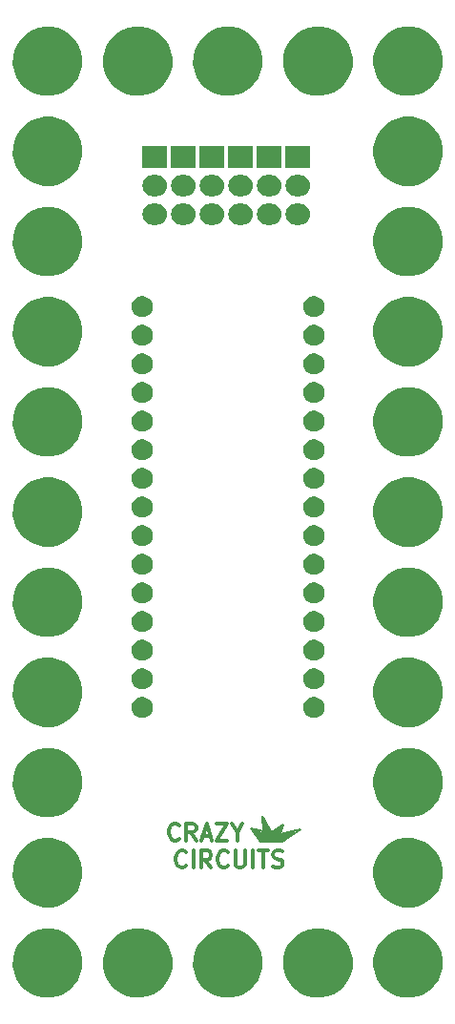
<source format=gts>
%TF.GenerationSoftware,KiCad,Pcbnew,4.0.7-e2-6376~58~ubuntu16.04.1*%
%TF.CreationDate,2018-05-11T08:37:00-07:00*%
%TF.ProjectId,5x11-Arduino-Nano-Robot-Version,357831312D41726475696E6F2D4E616E,v1.6*%
%TF.FileFunction,Soldermask,Top*%
%FSLAX46Y46*%
G04 Gerber Fmt 4.6, Leading zero omitted, Abs format (unit mm)*
G04 Created by KiCad (PCBNEW 4.0.7-e2-6376~58~ubuntu16.04.1) date Fri May 11 08:37:00 2018*
%MOMM*%
%LPD*%
G01*
G04 APERTURE LIST*
%ADD10C,0.350000*%
%ADD11C,0.300000*%
%ADD12C,0.152400*%
%ADD13C,0.254000*%
G04 APERTURE END LIST*
D10*
D11*
X15482572Y-146712714D02*
X15411143Y-146784143D01*
X15196857Y-146855571D01*
X15054000Y-146855571D01*
X14839715Y-146784143D01*
X14696857Y-146641286D01*
X14625429Y-146498429D01*
X14554000Y-146212714D01*
X14554000Y-145998429D01*
X14625429Y-145712714D01*
X14696857Y-145569857D01*
X14839715Y-145427000D01*
X15054000Y-145355571D01*
X15196857Y-145355571D01*
X15411143Y-145427000D01*
X15482572Y-145498429D01*
X16125429Y-146855571D02*
X16125429Y-145355571D01*
X17696858Y-146855571D02*
X17196858Y-146141286D01*
X16839715Y-146855571D02*
X16839715Y-145355571D01*
X17411143Y-145355571D01*
X17554001Y-145427000D01*
X17625429Y-145498429D01*
X17696858Y-145641286D01*
X17696858Y-145855571D01*
X17625429Y-145998429D01*
X17554001Y-146069857D01*
X17411143Y-146141286D01*
X16839715Y-146141286D01*
X19196858Y-146712714D02*
X19125429Y-146784143D01*
X18911143Y-146855571D01*
X18768286Y-146855571D01*
X18554001Y-146784143D01*
X18411143Y-146641286D01*
X18339715Y-146498429D01*
X18268286Y-146212714D01*
X18268286Y-145998429D01*
X18339715Y-145712714D01*
X18411143Y-145569857D01*
X18554001Y-145427000D01*
X18768286Y-145355571D01*
X18911143Y-145355571D01*
X19125429Y-145427000D01*
X19196858Y-145498429D01*
X19839715Y-145355571D02*
X19839715Y-146569857D01*
X19911143Y-146712714D01*
X19982572Y-146784143D01*
X20125429Y-146855571D01*
X20411143Y-146855571D01*
X20554001Y-146784143D01*
X20625429Y-146712714D01*
X20696858Y-146569857D01*
X20696858Y-145355571D01*
X21411144Y-146855571D02*
X21411144Y-145355571D01*
X21911144Y-145355571D02*
X22768287Y-145355571D01*
X22339716Y-146855571D02*
X22339716Y-145355571D01*
X23196858Y-146784143D02*
X23411144Y-146855571D01*
X23768287Y-146855571D01*
X23911144Y-146784143D01*
X23982573Y-146712714D01*
X24054001Y-146569857D01*
X24054001Y-146427000D01*
X23982573Y-146284143D01*
X23911144Y-146212714D01*
X23768287Y-146141286D01*
X23482573Y-146069857D01*
X23339715Y-145998429D01*
X23268287Y-145927000D01*
X23196858Y-145784143D01*
X23196858Y-145641286D01*
X23268287Y-145498429D01*
X23339715Y-145427000D01*
X23482573Y-145355571D01*
X23839715Y-145355571D01*
X24054001Y-145427000D01*
X14859287Y-144299714D02*
X14787858Y-144371143D01*
X14573572Y-144442571D01*
X14430715Y-144442571D01*
X14216430Y-144371143D01*
X14073572Y-144228286D01*
X14002144Y-144085429D01*
X13930715Y-143799714D01*
X13930715Y-143585429D01*
X14002144Y-143299714D01*
X14073572Y-143156857D01*
X14216430Y-143014000D01*
X14430715Y-142942571D01*
X14573572Y-142942571D01*
X14787858Y-143014000D01*
X14859287Y-143085429D01*
X16359287Y-144442571D02*
X15859287Y-143728286D01*
X15502144Y-144442571D02*
X15502144Y-142942571D01*
X16073572Y-142942571D01*
X16216430Y-143014000D01*
X16287858Y-143085429D01*
X16359287Y-143228286D01*
X16359287Y-143442571D01*
X16287858Y-143585429D01*
X16216430Y-143656857D01*
X16073572Y-143728286D01*
X15502144Y-143728286D01*
X16930715Y-144014000D02*
X17645001Y-144014000D01*
X16787858Y-144442571D02*
X17287858Y-142942571D01*
X17787858Y-144442571D01*
X18145001Y-142942571D02*
X19145001Y-142942571D01*
X18145001Y-144442571D01*
X19145001Y-144442571D01*
X20002143Y-143728286D02*
X20002143Y-144442571D01*
X19502143Y-142942571D02*
X20002143Y-143728286D01*
X20502143Y-142942571D01*
D12*
X25146000Y-143573500D02*
X24003000Y-144526000D01*
X23812500Y-144526000D02*
X25146000Y-143573500D01*
X24765000Y-143700500D02*
X23812500Y-144526000D01*
X23685500Y-144462500D02*
X24765000Y-143700500D01*
X24574500Y-143764000D02*
X23685500Y-144462500D01*
X23431500Y-144526000D02*
X24574500Y-143764000D01*
X24257000Y-143891000D02*
X23431500Y-144526000D01*
X23304500Y-144462500D02*
X24257000Y-143891000D01*
X24066500Y-143891000D02*
X23304500Y-144462500D01*
X23304500Y-144335500D02*
X24066500Y-143891000D01*
X23812500Y-143891000D02*
X23304500Y-144335500D01*
X23241000Y-144208500D02*
X23812500Y-143891000D01*
X23812500Y-143700500D02*
X23241000Y-144208500D01*
X23812500Y-143573500D02*
X23177500Y-144081500D01*
X23939500Y-143383000D02*
X23114000Y-143954500D01*
X23939500Y-143256000D02*
X23114000Y-143827500D01*
D13*
X22098000Y-144462500D02*
X21463000Y-143573500D01*
D12*
X24003000Y-144589500D02*
X22034500Y-144589500D01*
X25590500Y-143446500D02*
X24003000Y-144589500D01*
X23812500Y-143891000D02*
X25590500Y-143446500D01*
X24130000Y-143002000D02*
X23812500Y-143891000D01*
X23050500Y-143700500D02*
X24130000Y-143002000D01*
X22225000Y-142240000D02*
X23050500Y-143764000D01*
X22288500Y-143637000D02*
X22225000Y-142240000D01*
X21209000Y-143383000D02*
X22288500Y-143637000D01*
X22034500Y-144589500D02*
X21209000Y-143383000D01*
D13*
X22288500Y-144462500D02*
X21653500Y-143573500D01*
X22479000Y-144462500D02*
X21907500Y-143637000D01*
X22606000Y-144462500D02*
X22161500Y-143700500D01*
X22860000Y-144462500D02*
X22415500Y-143637000D01*
X23050500Y-144462500D02*
X22479000Y-143383000D01*
X23241000Y-144462500D02*
X22352000Y-142748000D01*
X22415500Y-143446500D02*
X22352000Y-142621000D01*
D10*
G36*
X3499110Y-152240847D02*
X4090055Y-152362151D01*
X4646198Y-152595932D01*
X5146334Y-152933278D01*
X5571421Y-153361343D01*
X5905266Y-153863821D01*
X6135156Y-154421576D01*
X6252264Y-155013014D01*
X6252264Y-155013024D01*
X6252331Y-155013363D01*
X6242710Y-155702416D01*
X6242633Y-155702754D01*
X6242633Y-155702762D01*
X6109057Y-156290701D01*
X5863685Y-156841816D01*
X5515937Y-157334778D01*
X5079062Y-157750809D01*
X4569700Y-158074061D01*
X4007254Y-158292219D01*
X3413147Y-158396976D01*
X2810003Y-158384342D01*
X2220800Y-158254797D01*
X1667982Y-158013277D01*
X1172607Y-157668982D01*
X753537Y-157235023D01*
X426738Y-156727930D01*
X204656Y-156167014D01*
X95755Y-155573658D01*
X104177Y-154970441D01*
X229606Y-154380347D01*
X467259Y-153825858D01*
X808091Y-153328088D01*
X1239112Y-152906000D01*
X1743913Y-152575668D01*
X2303259Y-152349677D01*
X2895845Y-152236636D01*
X3499110Y-152240847D01*
X3499110Y-152240847D01*
G37*
G36*
X11498110Y-152240847D02*
X12089055Y-152362151D01*
X12645198Y-152595932D01*
X13145334Y-152933278D01*
X13570421Y-153361343D01*
X13904266Y-153863821D01*
X14134156Y-154421576D01*
X14251264Y-155013014D01*
X14251264Y-155013024D01*
X14251331Y-155013363D01*
X14241710Y-155702416D01*
X14241633Y-155702754D01*
X14241633Y-155702762D01*
X14108057Y-156290701D01*
X13862685Y-156841816D01*
X13514937Y-157334778D01*
X13078062Y-157750809D01*
X12568700Y-158074061D01*
X12006254Y-158292219D01*
X11412147Y-158396976D01*
X10809003Y-158384342D01*
X10219800Y-158254797D01*
X9666982Y-158013277D01*
X9171607Y-157668982D01*
X8752537Y-157235023D01*
X8425738Y-156727930D01*
X8203656Y-156167014D01*
X8094755Y-155573658D01*
X8103177Y-154970441D01*
X8228606Y-154380347D01*
X8466259Y-153825858D01*
X8807091Y-153328088D01*
X9238112Y-152906000D01*
X9742913Y-152575668D01*
X10302259Y-152349677D01*
X10894845Y-152236636D01*
X11498110Y-152240847D01*
X11498110Y-152240847D01*
G37*
G36*
X27498110Y-152240847D02*
X28089055Y-152362151D01*
X28645198Y-152595932D01*
X29145334Y-152933278D01*
X29570421Y-153361343D01*
X29904266Y-153863821D01*
X30134156Y-154421576D01*
X30251264Y-155013014D01*
X30251264Y-155013024D01*
X30251331Y-155013363D01*
X30241710Y-155702416D01*
X30241633Y-155702754D01*
X30241633Y-155702762D01*
X30108057Y-156290701D01*
X29862685Y-156841816D01*
X29514937Y-157334778D01*
X29078062Y-157750809D01*
X28568700Y-158074061D01*
X28006254Y-158292219D01*
X27412147Y-158396976D01*
X26809003Y-158384342D01*
X26219800Y-158254797D01*
X25666982Y-158013277D01*
X25171607Y-157668982D01*
X24752537Y-157235023D01*
X24425738Y-156727930D01*
X24203656Y-156167014D01*
X24094755Y-155573658D01*
X24103177Y-154970441D01*
X24228606Y-154380347D01*
X24466259Y-153825858D01*
X24807091Y-153328088D01*
X25238112Y-152906000D01*
X25742913Y-152575668D01*
X26302259Y-152349677D01*
X26894845Y-152236636D01*
X27498110Y-152240847D01*
X27498110Y-152240847D01*
G37*
G36*
X35498110Y-152240847D02*
X36089055Y-152362151D01*
X36645198Y-152595932D01*
X37145334Y-152933278D01*
X37570421Y-153361343D01*
X37904266Y-153863821D01*
X38134156Y-154421576D01*
X38251264Y-155013014D01*
X38251264Y-155013024D01*
X38251331Y-155013363D01*
X38241710Y-155702416D01*
X38241633Y-155702754D01*
X38241633Y-155702762D01*
X38108057Y-156290701D01*
X37862685Y-156841816D01*
X37514937Y-157334778D01*
X37078062Y-157750809D01*
X36568700Y-158074061D01*
X36006254Y-158292219D01*
X35412147Y-158396976D01*
X34809003Y-158384342D01*
X34219800Y-158254797D01*
X33666982Y-158013277D01*
X33171607Y-157668982D01*
X32752537Y-157235023D01*
X32425738Y-156727930D01*
X32203656Y-156167014D01*
X32094755Y-155573658D01*
X32103177Y-154970441D01*
X32228606Y-154380347D01*
X32466259Y-153825858D01*
X32807091Y-153328088D01*
X33238112Y-152906000D01*
X33742913Y-152575668D01*
X34302259Y-152349677D01*
X34894845Y-152236636D01*
X35498110Y-152240847D01*
X35498110Y-152240847D01*
G37*
G36*
X19498110Y-152240847D02*
X20089055Y-152362151D01*
X20645198Y-152595932D01*
X21145334Y-152933278D01*
X21570421Y-153361343D01*
X21904266Y-153863821D01*
X22134156Y-154421576D01*
X22251264Y-155013014D01*
X22251264Y-155013024D01*
X22251331Y-155013363D01*
X22241710Y-155702416D01*
X22241633Y-155702754D01*
X22241633Y-155702762D01*
X22108057Y-156290701D01*
X21862685Y-156841816D01*
X21514937Y-157334778D01*
X21078062Y-157750809D01*
X20568700Y-158074061D01*
X20006254Y-158292219D01*
X19412147Y-158396976D01*
X18809003Y-158384342D01*
X18219800Y-158254797D01*
X17666982Y-158013277D01*
X17171607Y-157668982D01*
X16752537Y-157235023D01*
X16425738Y-156727930D01*
X16203656Y-156167014D01*
X16094755Y-155573658D01*
X16103177Y-154970441D01*
X16228606Y-154380347D01*
X16466259Y-153825858D01*
X16807091Y-153328088D01*
X17238112Y-152906000D01*
X17742913Y-152575668D01*
X18302259Y-152349677D01*
X18894845Y-152236636D01*
X19498110Y-152240847D01*
X19498110Y-152240847D01*
G37*
G36*
X3499110Y-144240847D02*
X4090055Y-144362151D01*
X4646198Y-144595932D01*
X5146334Y-144933278D01*
X5571421Y-145361343D01*
X5905266Y-145863821D01*
X6135156Y-146421576D01*
X6252264Y-147013014D01*
X6252264Y-147013024D01*
X6252331Y-147013363D01*
X6242710Y-147702416D01*
X6242633Y-147702754D01*
X6242633Y-147702762D01*
X6109057Y-148290701D01*
X5863685Y-148841816D01*
X5515937Y-149334778D01*
X5079062Y-149750809D01*
X4569700Y-150074061D01*
X4007254Y-150292219D01*
X3413147Y-150396976D01*
X2810003Y-150384342D01*
X2220800Y-150254797D01*
X1667982Y-150013277D01*
X1172607Y-149668982D01*
X753537Y-149235023D01*
X426738Y-148727930D01*
X204656Y-148167014D01*
X95755Y-147573658D01*
X104177Y-146970441D01*
X229606Y-146380347D01*
X467259Y-145825858D01*
X808091Y-145328088D01*
X1239112Y-144906000D01*
X1743913Y-144575668D01*
X2303259Y-144349677D01*
X2895845Y-144236636D01*
X3499110Y-144240847D01*
X3499110Y-144240847D01*
G37*
G36*
X35498110Y-144240847D02*
X36089055Y-144362151D01*
X36645198Y-144595932D01*
X37145334Y-144933278D01*
X37570421Y-145361343D01*
X37904266Y-145863821D01*
X38134156Y-146421576D01*
X38251264Y-147013014D01*
X38251264Y-147013024D01*
X38251331Y-147013363D01*
X38241710Y-147702416D01*
X38241633Y-147702754D01*
X38241633Y-147702762D01*
X38108057Y-148290701D01*
X37862685Y-148841816D01*
X37514937Y-149334778D01*
X37078062Y-149750809D01*
X36568700Y-150074061D01*
X36006254Y-150292219D01*
X35412147Y-150396976D01*
X34809003Y-150384342D01*
X34219800Y-150254797D01*
X33666982Y-150013277D01*
X33171607Y-149668982D01*
X32752537Y-149235023D01*
X32425738Y-148727930D01*
X32203656Y-148167014D01*
X32094755Y-147573658D01*
X32103177Y-146970441D01*
X32228606Y-146380347D01*
X32466259Y-145825858D01*
X32807091Y-145328088D01*
X33238112Y-144906000D01*
X33742913Y-144575668D01*
X34302259Y-144349677D01*
X34894845Y-144236636D01*
X35498110Y-144240847D01*
X35498110Y-144240847D01*
G37*
G36*
X35498110Y-136240847D02*
X36089055Y-136362151D01*
X36645198Y-136595932D01*
X37145334Y-136933278D01*
X37570421Y-137361343D01*
X37904266Y-137863821D01*
X38134156Y-138421576D01*
X38251264Y-139013014D01*
X38251264Y-139013024D01*
X38251331Y-139013363D01*
X38241710Y-139702416D01*
X38241633Y-139702754D01*
X38241633Y-139702762D01*
X38108057Y-140290701D01*
X37862685Y-140841816D01*
X37514937Y-141334778D01*
X37078062Y-141750809D01*
X36568700Y-142074061D01*
X36006254Y-142292219D01*
X35412147Y-142396976D01*
X34809003Y-142384342D01*
X34219800Y-142254797D01*
X33666982Y-142013277D01*
X33171607Y-141668982D01*
X32752537Y-141235023D01*
X32425738Y-140727930D01*
X32203656Y-140167014D01*
X32094755Y-139573658D01*
X32103177Y-138970441D01*
X32228606Y-138380347D01*
X32466259Y-137825858D01*
X32807091Y-137328088D01*
X33238112Y-136906000D01*
X33742913Y-136575668D01*
X34302259Y-136349677D01*
X34894845Y-136236636D01*
X35498110Y-136240847D01*
X35498110Y-136240847D01*
G37*
G36*
X3499110Y-136240847D02*
X4090055Y-136362151D01*
X4646198Y-136595932D01*
X5146334Y-136933278D01*
X5571421Y-137361343D01*
X5905266Y-137863821D01*
X6135156Y-138421576D01*
X6252264Y-139013014D01*
X6252264Y-139013024D01*
X6252331Y-139013363D01*
X6242710Y-139702416D01*
X6242633Y-139702754D01*
X6242633Y-139702762D01*
X6109057Y-140290701D01*
X5863685Y-140841816D01*
X5515937Y-141334778D01*
X5079062Y-141750809D01*
X4569700Y-142074061D01*
X4007254Y-142292219D01*
X3413147Y-142396976D01*
X2810003Y-142384342D01*
X2220800Y-142254797D01*
X1667982Y-142013277D01*
X1172607Y-141668982D01*
X753537Y-141235023D01*
X426738Y-140727930D01*
X204656Y-140167014D01*
X95755Y-139573658D01*
X104177Y-138970441D01*
X229606Y-138380347D01*
X467259Y-137825858D01*
X808091Y-137328088D01*
X1239112Y-136906000D01*
X1743913Y-136575668D01*
X2303259Y-136349677D01*
X2895845Y-136236636D01*
X3499110Y-136240847D01*
X3499110Y-136240847D01*
G37*
G36*
X35498110Y-128240847D02*
X36089055Y-128362151D01*
X36645198Y-128595932D01*
X37145334Y-128933278D01*
X37570421Y-129361343D01*
X37904266Y-129863821D01*
X38134156Y-130421576D01*
X38251264Y-131013014D01*
X38251264Y-131013024D01*
X38251331Y-131013363D01*
X38241710Y-131702416D01*
X38241633Y-131702754D01*
X38241633Y-131702762D01*
X38108057Y-132290701D01*
X37862685Y-132841816D01*
X37514937Y-133334778D01*
X37078062Y-133750809D01*
X36568700Y-134074061D01*
X36006254Y-134292219D01*
X35412147Y-134396976D01*
X34809003Y-134384342D01*
X34219800Y-134254797D01*
X33666982Y-134013277D01*
X33171607Y-133668982D01*
X32752537Y-133235023D01*
X32425738Y-132727930D01*
X32203656Y-132167014D01*
X32094755Y-131573658D01*
X32103177Y-130970441D01*
X32228606Y-130380347D01*
X32466259Y-129825858D01*
X32807091Y-129328088D01*
X33238112Y-128906000D01*
X33742913Y-128575668D01*
X34302259Y-128349677D01*
X34894845Y-128236636D01*
X35498110Y-128240847D01*
X35498110Y-128240847D01*
G37*
G36*
X3499110Y-128240847D02*
X4090055Y-128362151D01*
X4646198Y-128595932D01*
X5146334Y-128933278D01*
X5571421Y-129361343D01*
X5905266Y-129863821D01*
X6135156Y-130421576D01*
X6252264Y-131013014D01*
X6252264Y-131013024D01*
X6252331Y-131013363D01*
X6242710Y-131702416D01*
X6242633Y-131702754D01*
X6242633Y-131702762D01*
X6109057Y-132290701D01*
X5863685Y-132841816D01*
X5515937Y-133334778D01*
X5079062Y-133750809D01*
X4569700Y-134074061D01*
X4007254Y-134292219D01*
X3413147Y-134396976D01*
X2810003Y-134384342D01*
X2220800Y-134254797D01*
X1667982Y-134013277D01*
X1172607Y-133668982D01*
X753537Y-133235023D01*
X426738Y-132727930D01*
X204656Y-132167014D01*
X95755Y-131573658D01*
X104177Y-130970441D01*
X229606Y-130380347D01*
X467259Y-129825858D01*
X808091Y-129328088D01*
X1239112Y-128906000D01*
X1743913Y-128575668D01*
X2303259Y-128349677D01*
X2895845Y-128236636D01*
X3499110Y-128240847D01*
X3499110Y-128240847D01*
G37*
G36*
X26920715Y-131714324D02*
X27101248Y-131751383D01*
X27271158Y-131822806D01*
X27423949Y-131925866D01*
X27553821Y-132056646D01*
X27655810Y-132210153D01*
X27726043Y-132380551D01*
X27761772Y-132560999D01*
X27761772Y-132561004D01*
X27761840Y-132561348D01*
X27758901Y-132771858D01*
X27758824Y-132772196D01*
X27758824Y-132772206D01*
X27718070Y-132951586D01*
X27643108Y-133119952D01*
X27536868Y-133270556D01*
X27403399Y-133397657D01*
X27247784Y-133496414D01*
X27075954Y-133563062D01*
X26894452Y-133595066D01*
X26710186Y-133591206D01*
X26530179Y-133551629D01*
X26361288Y-133477843D01*
X26209950Y-133372660D01*
X26081921Y-133240082D01*
X25982081Y-133085161D01*
X25914232Y-132913793D01*
X25880963Y-132732523D01*
X25883535Y-132548236D01*
X25921856Y-132367956D01*
X25994459Y-132198557D01*
X26098587Y-132046484D01*
X26230266Y-131917533D01*
X26384487Y-131816614D01*
X26555372Y-131747572D01*
X26736409Y-131713038D01*
X26920715Y-131714324D01*
X26920715Y-131714324D01*
G37*
G36*
X11680715Y-131714324D02*
X11861248Y-131751383D01*
X12031158Y-131822806D01*
X12183949Y-131925866D01*
X12313821Y-132056646D01*
X12415810Y-132210153D01*
X12486043Y-132380551D01*
X12521772Y-132560999D01*
X12521772Y-132561004D01*
X12521840Y-132561348D01*
X12518901Y-132771858D01*
X12518824Y-132772196D01*
X12518824Y-132772206D01*
X12478070Y-132951586D01*
X12403108Y-133119952D01*
X12296868Y-133270556D01*
X12163399Y-133397657D01*
X12007784Y-133496414D01*
X11835954Y-133563062D01*
X11654452Y-133595066D01*
X11470186Y-133591206D01*
X11290179Y-133551629D01*
X11121288Y-133477843D01*
X10969950Y-133372660D01*
X10841921Y-133240082D01*
X10742081Y-133085161D01*
X10674232Y-132913793D01*
X10640963Y-132732523D01*
X10643535Y-132548236D01*
X10681856Y-132367956D01*
X10754459Y-132198557D01*
X10858587Y-132046484D01*
X10990266Y-131917533D01*
X11144487Y-131816614D01*
X11315372Y-131747572D01*
X11496409Y-131713038D01*
X11680715Y-131714324D01*
X11680715Y-131714324D01*
G37*
G36*
X26920715Y-129174324D02*
X27101248Y-129211383D01*
X27271158Y-129282806D01*
X27423949Y-129385866D01*
X27553821Y-129516646D01*
X27655810Y-129670153D01*
X27726043Y-129840551D01*
X27761772Y-130020999D01*
X27761772Y-130021004D01*
X27761840Y-130021348D01*
X27758901Y-130231858D01*
X27758824Y-130232196D01*
X27758824Y-130232206D01*
X27718070Y-130411586D01*
X27643108Y-130579952D01*
X27536868Y-130730556D01*
X27403399Y-130857657D01*
X27247784Y-130956414D01*
X27075954Y-131023062D01*
X26894452Y-131055066D01*
X26710186Y-131051206D01*
X26530179Y-131011629D01*
X26361288Y-130937843D01*
X26209950Y-130832660D01*
X26081921Y-130700082D01*
X25982081Y-130545161D01*
X25914232Y-130373793D01*
X25880963Y-130192523D01*
X25883535Y-130008236D01*
X25921856Y-129827956D01*
X25994459Y-129658557D01*
X26098587Y-129506484D01*
X26230266Y-129377533D01*
X26384487Y-129276614D01*
X26555372Y-129207572D01*
X26736409Y-129173038D01*
X26920715Y-129174324D01*
X26920715Y-129174324D01*
G37*
G36*
X11680715Y-129174324D02*
X11861248Y-129211383D01*
X12031158Y-129282806D01*
X12183949Y-129385866D01*
X12313821Y-129516646D01*
X12415810Y-129670153D01*
X12486043Y-129840551D01*
X12521772Y-130020999D01*
X12521772Y-130021004D01*
X12521840Y-130021348D01*
X12518901Y-130231858D01*
X12518824Y-130232196D01*
X12518824Y-130232206D01*
X12478070Y-130411586D01*
X12403108Y-130579952D01*
X12296868Y-130730556D01*
X12163399Y-130857657D01*
X12007784Y-130956414D01*
X11835954Y-131023062D01*
X11654452Y-131055066D01*
X11470186Y-131051206D01*
X11290179Y-131011629D01*
X11121288Y-130937843D01*
X10969950Y-130832660D01*
X10841921Y-130700082D01*
X10742081Y-130545161D01*
X10674232Y-130373793D01*
X10640963Y-130192523D01*
X10643535Y-130008236D01*
X10681856Y-129827956D01*
X10754459Y-129658557D01*
X10858587Y-129506484D01*
X10990266Y-129377533D01*
X11144487Y-129276614D01*
X11315372Y-129207572D01*
X11496409Y-129173038D01*
X11680715Y-129174324D01*
X11680715Y-129174324D01*
G37*
G36*
X26920715Y-126634324D02*
X27101248Y-126671383D01*
X27271158Y-126742806D01*
X27423949Y-126845866D01*
X27553821Y-126976646D01*
X27655810Y-127130153D01*
X27726043Y-127300551D01*
X27761772Y-127480999D01*
X27761772Y-127481004D01*
X27761840Y-127481348D01*
X27758901Y-127691858D01*
X27758824Y-127692196D01*
X27758824Y-127692206D01*
X27718070Y-127871586D01*
X27643108Y-128039952D01*
X27536868Y-128190556D01*
X27403399Y-128317657D01*
X27247784Y-128416414D01*
X27075954Y-128483062D01*
X26894452Y-128515066D01*
X26710186Y-128511206D01*
X26530179Y-128471629D01*
X26361288Y-128397843D01*
X26209950Y-128292660D01*
X26081921Y-128160082D01*
X25982081Y-128005161D01*
X25914232Y-127833793D01*
X25880963Y-127652523D01*
X25883535Y-127468236D01*
X25921856Y-127287956D01*
X25994459Y-127118557D01*
X26098587Y-126966484D01*
X26230266Y-126837533D01*
X26384487Y-126736614D01*
X26555372Y-126667572D01*
X26736409Y-126633038D01*
X26920715Y-126634324D01*
X26920715Y-126634324D01*
G37*
G36*
X11680715Y-126634324D02*
X11861248Y-126671383D01*
X12031158Y-126742806D01*
X12183949Y-126845866D01*
X12313821Y-126976646D01*
X12415810Y-127130153D01*
X12486043Y-127300551D01*
X12521772Y-127480999D01*
X12521772Y-127481004D01*
X12521840Y-127481348D01*
X12518901Y-127691858D01*
X12518824Y-127692196D01*
X12518824Y-127692206D01*
X12478070Y-127871586D01*
X12403108Y-128039952D01*
X12296868Y-128190556D01*
X12163399Y-128317657D01*
X12007784Y-128416414D01*
X11835954Y-128483062D01*
X11654452Y-128515066D01*
X11470186Y-128511206D01*
X11290179Y-128471629D01*
X11121288Y-128397843D01*
X10969950Y-128292660D01*
X10841921Y-128160082D01*
X10742081Y-128005161D01*
X10674232Y-127833793D01*
X10640963Y-127652523D01*
X10643535Y-127468236D01*
X10681856Y-127287956D01*
X10754459Y-127118557D01*
X10858587Y-126966484D01*
X10990266Y-126837533D01*
X11144487Y-126736614D01*
X11315372Y-126667572D01*
X11496409Y-126633038D01*
X11680715Y-126634324D01*
X11680715Y-126634324D01*
G37*
G36*
X3499110Y-120240847D02*
X4090055Y-120362151D01*
X4646198Y-120595932D01*
X5146334Y-120933278D01*
X5571421Y-121361343D01*
X5905266Y-121863821D01*
X6135156Y-122421576D01*
X6252264Y-123013014D01*
X6252264Y-123013024D01*
X6252331Y-123013363D01*
X6242710Y-123702416D01*
X6242633Y-123702754D01*
X6242633Y-123702762D01*
X6109057Y-124290701D01*
X5863685Y-124841816D01*
X5515937Y-125334778D01*
X5079062Y-125750809D01*
X4569700Y-126074061D01*
X4007254Y-126292219D01*
X3413147Y-126396976D01*
X2810003Y-126384342D01*
X2220800Y-126254797D01*
X1667982Y-126013277D01*
X1172607Y-125668982D01*
X753537Y-125235023D01*
X426738Y-124727930D01*
X204656Y-124167014D01*
X95755Y-123573658D01*
X104177Y-122970441D01*
X229606Y-122380347D01*
X467259Y-121825858D01*
X808091Y-121328088D01*
X1239112Y-120906000D01*
X1743913Y-120575668D01*
X2303259Y-120349677D01*
X2895845Y-120236636D01*
X3499110Y-120240847D01*
X3499110Y-120240847D01*
G37*
G36*
X35498110Y-120240847D02*
X36089055Y-120362151D01*
X36645198Y-120595932D01*
X37145334Y-120933278D01*
X37570421Y-121361343D01*
X37904266Y-121863821D01*
X38134156Y-122421576D01*
X38251264Y-123013014D01*
X38251264Y-123013024D01*
X38251331Y-123013363D01*
X38241710Y-123702416D01*
X38241633Y-123702754D01*
X38241633Y-123702762D01*
X38108057Y-124290701D01*
X37862685Y-124841816D01*
X37514937Y-125334778D01*
X37078062Y-125750809D01*
X36568700Y-126074061D01*
X36006254Y-126292219D01*
X35412147Y-126396976D01*
X34809003Y-126384342D01*
X34219800Y-126254797D01*
X33666982Y-126013277D01*
X33171607Y-125668982D01*
X32752537Y-125235023D01*
X32425738Y-124727930D01*
X32203656Y-124167014D01*
X32094755Y-123573658D01*
X32103177Y-122970441D01*
X32228606Y-122380347D01*
X32466259Y-121825858D01*
X32807091Y-121328088D01*
X33238112Y-120906000D01*
X33742913Y-120575668D01*
X34302259Y-120349677D01*
X34894845Y-120236636D01*
X35498110Y-120240847D01*
X35498110Y-120240847D01*
G37*
G36*
X11680715Y-124094324D02*
X11861248Y-124131383D01*
X12031158Y-124202806D01*
X12183949Y-124305866D01*
X12313821Y-124436646D01*
X12415810Y-124590153D01*
X12486043Y-124760551D01*
X12521772Y-124940999D01*
X12521772Y-124941004D01*
X12521840Y-124941348D01*
X12518901Y-125151858D01*
X12518824Y-125152196D01*
X12518824Y-125152206D01*
X12478070Y-125331586D01*
X12403108Y-125499952D01*
X12296868Y-125650556D01*
X12163399Y-125777657D01*
X12007784Y-125876414D01*
X11835954Y-125943062D01*
X11654452Y-125975066D01*
X11470186Y-125971206D01*
X11290179Y-125931629D01*
X11121288Y-125857843D01*
X10969950Y-125752660D01*
X10841921Y-125620082D01*
X10742081Y-125465161D01*
X10674232Y-125293793D01*
X10640963Y-125112523D01*
X10643535Y-124928236D01*
X10681856Y-124747956D01*
X10754459Y-124578557D01*
X10858587Y-124426484D01*
X10990266Y-124297533D01*
X11144487Y-124196614D01*
X11315372Y-124127572D01*
X11496409Y-124093038D01*
X11680715Y-124094324D01*
X11680715Y-124094324D01*
G37*
G36*
X26920715Y-124094324D02*
X27101248Y-124131383D01*
X27271158Y-124202806D01*
X27423949Y-124305866D01*
X27553821Y-124436646D01*
X27655810Y-124590153D01*
X27726043Y-124760551D01*
X27761772Y-124940999D01*
X27761772Y-124941004D01*
X27761840Y-124941348D01*
X27758901Y-125151858D01*
X27758824Y-125152196D01*
X27758824Y-125152206D01*
X27718070Y-125331586D01*
X27643108Y-125499952D01*
X27536868Y-125650556D01*
X27403399Y-125777657D01*
X27247784Y-125876414D01*
X27075954Y-125943062D01*
X26894452Y-125975066D01*
X26710186Y-125971206D01*
X26530179Y-125931629D01*
X26361288Y-125857843D01*
X26209950Y-125752660D01*
X26081921Y-125620082D01*
X25982081Y-125465161D01*
X25914232Y-125293793D01*
X25880963Y-125112523D01*
X25883535Y-124928236D01*
X25921856Y-124747956D01*
X25994459Y-124578557D01*
X26098587Y-124426484D01*
X26230266Y-124297533D01*
X26384487Y-124196614D01*
X26555372Y-124127572D01*
X26736409Y-124093038D01*
X26920715Y-124094324D01*
X26920715Y-124094324D01*
G37*
G36*
X26920715Y-121554324D02*
X27101248Y-121591383D01*
X27271158Y-121662806D01*
X27423949Y-121765866D01*
X27553821Y-121896646D01*
X27655810Y-122050153D01*
X27726043Y-122220551D01*
X27761772Y-122400999D01*
X27761772Y-122401004D01*
X27761840Y-122401348D01*
X27758901Y-122611858D01*
X27758824Y-122612196D01*
X27758824Y-122612206D01*
X27718070Y-122791586D01*
X27643108Y-122959952D01*
X27536868Y-123110556D01*
X27403399Y-123237657D01*
X27247784Y-123336414D01*
X27075954Y-123403062D01*
X26894452Y-123435066D01*
X26710186Y-123431206D01*
X26530179Y-123391629D01*
X26361288Y-123317843D01*
X26209950Y-123212660D01*
X26081921Y-123080082D01*
X25982081Y-122925161D01*
X25914232Y-122753793D01*
X25880963Y-122572523D01*
X25883535Y-122388236D01*
X25921856Y-122207956D01*
X25994459Y-122038557D01*
X26098587Y-121886484D01*
X26230266Y-121757533D01*
X26384487Y-121656614D01*
X26555372Y-121587572D01*
X26736409Y-121553038D01*
X26920715Y-121554324D01*
X26920715Y-121554324D01*
G37*
G36*
X11680715Y-121554324D02*
X11861248Y-121591383D01*
X12031158Y-121662806D01*
X12183949Y-121765866D01*
X12313821Y-121896646D01*
X12415810Y-122050153D01*
X12486043Y-122220551D01*
X12521772Y-122400999D01*
X12521772Y-122401004D01*
X12521840Y-122401348D01*
X12518901Y-122611858D01*
X12518824Y-122612196D01*
X12518824Y-122612206D01*
X12478070Y-122791586D01*
X12403108Y-122959952D01*
X12296868Y-123110556D01*
X12163399Y-123237657D01*
X12007784Y-123336414D01*
X11835954Y-123403062D01*
X11654452Y-123435066D01*
X11470186Y-123431206D01*
X11290179Y-123391629D01*
X11121288Y-123317843D01*
X10969950Y-123212660D01*
X10841921Y-123080082D01*
X10742081Y-122925161D01*
X10674232Y-122753793D01*
X10640963Y-122572523D01*
X10643535Y-122388236D01*
X10681856Y-122207956D01*
X10754459Y-122038557D01*
X10858587Y-121886484D01*
X10990266Y-121757533D01*
X11144487Y-121656614D01*
X11315372Y-121587572D01*
X11496409Y-121553038D01*
X11680715Y-121554324D01*
X11680715Y-121554324D01*
G37*
G36*
X26920715Y-119014324D02*
X27101248Y-119051383D01*
X27271158Y-119122806D01*
X27423949Y-119225866D01*
X27553821Y-119356646D01*
X27655810Y-119510153D01*
X27726043Y-119680551D01*
X27761772Y-119860999D01*
X27761772Y-119861004D01*
X27761840Y-119861348D01*
X27758901Y-120071858D01*
X27758824Y-120072196D01*
X27758824Y-120072206D01*
X27718070Y-120251586D01*
X27643108Y-120419952D01*
X27536868Y-120570556D01*
X27403399Y-120697657D01*
X27247784Y-120796414D01*
X27075954Y-120863062D01*
X26894452Y-120895066D01*
X26710186Y-120891206D01*
X26530179Y-120851629D01*
X26361288Y-120777843D01*
X26209950Y-120672660D01*
X26081921Y-120540082D01*
X25982081Y-120385161D01*
X25914232Y-120213793D01*
X25880963Y-120032523D01*
X25883535Y-119848236D01*
X25921856Y-119667956D01*
X25994459Y-119498557D01*
X26098587Y-119346484D01*
X26230266Y-119217533D01*
X26384487Y-119116614D01*
X26555372Y-119047572D01*
X26736409Y-119013038D01*
X26920715Y-119014324D01*
X26920715Y-119014324D01*
G37*
G36*
X11680715Y-119014324D02*
X11861248Y-119051383D01*
X12031158Y-119122806D01*
X12183949Y-119225866D01*
X12313821Y-119356646D01*
X12415810Y-119510153D01*
X12486043Y-119680551D01*
X12521772Y-119860999D01*
X12521772Y-119861004D01*
X12521840Y-119861348D01*
X12518901Y-120071858D01*
X12518824Y-120072196D01*
X12518824Y-120072206D01*
X12478070Y-120251586D01*
X12403108Y-120419952D01*
X12296868Y-120570556D01*
X12163399Y-120697657D01*
X12007784Y-120796414D01*
X11835954Y-120863062D01*
X11654452Y-120895066D01*
X11470186Y-120891206D01*
X11290179Y-120851629D01*
X11121288Y-120777843D01*
X10969950Y-120672660D01*
X10841921Y-120540082D01*
X10742081Y-120385161D01*
X10674232Y-120213793D01*
X10640963Y-120032523D01*
X10643535Y-119848236D01*
X10681856Y-119667956D01*
X10754459Y-119498557D01*
X10858587Y-119346484D01*
X10990266Y-119217533D01*
X11144487Y-119116614D01*
X11315372Y-119047572D01*
X11496409Y-119013038D01*
X11680715Y-119014324D01*
X11680715Y-119014324D01*
G37*
G36*
X3498110Y-112240847D02*
X4089055Y-112362151D01*
X4645198Y-112595932D01*
X5145334Y-112933278D01*
X5570421Y-113361343D01*
X5904266Y-113863821D01*
X6134156Y-114421576D01*
X6251264Y-115013014D01*
X6251264Y-115013024D01*
X6251331Y-115013363D01*
X6241710Y-115702416D01*
X6241633Y-115702754D01*
X6241633Y-115702762D01*
X6108057Y-116290701D01*
X5862685Y-116841816D01*
X5514937Y-117334778D01*
X5078062Y-117750809D01*
X4568700Y-118074061D01*
X4006254Y-118292219D01*
X3412147Y-118396976D01*
X2809003Y-118384342D01*
X2219800Y-118254797D01*
X1666982Y-118013277D01*
X1171607Y-117668982D01*
X752537Y-117235023D01*
X425738Y-116727930D01*
X203656Y-116167014D01*
X94755Y-115573658D01*
X103177Y-114970441D01*
X228606Y-114380347D01*
X466259Y-113825858D01*
X807091Y-113328088D01*
X1238112Y-112906000D01*
X1742913Y-112575668D01*
X2302259Y-112349677D01*
X2894845Y-112236636D01*
X3498110Y-112240847D01*
X3498110Y-112240847D01*
G37*
G36*
X35498110Y-112240847D02*
X36089055Y-112362151D01*
X36645198Y-112595932D01*
X37145334Y-112933278D01*
X37570421Y-113361343D01*
X37904266Y-113863821D01*
X38134156Y-114421576D01*
X38251264Y-115013014D01*
X38251264Y-115013024D01*
X38251331Y-115013363D01*
X38241710Y-115702416D01*
X38241633Y-115702754D01*
X38241633Y-115702762D01*
X38108057Y-116290701D01*
X37862685Y-116841816D01*
X37514937Y-117334778D01*
X37078062Y-117750809D01*
X36568700Y-118074061D01*
X36006254Y-118292219D01*
X35412147Y-118396976D01*
X34809003Y-118384342D01*
X34219800Y-118254797D01*
X33666982Y-118013277D01*
X33171607Y-117668982D01*
X32752537Y-117235023D01*
X32425738Y-116727930D01*
X32203656Y-116167014D01*
X32094755Y-115573658D01*
X32103177Y-114970441D01*
X32228606Y-114380347D01*
X32466259Y-113825858D01*
X32807091Y-113328088D01*
X33238112Y-112906000D01*
X33742913Y-112575668D01*
X34302259Y-112349677D01*
X34894845Y-112236636D01*
X35498110Y-112240847D01*
X35498110Y-112240847D01*
G37*
G36*
X11680715Y-116474324D02*
X11861248Y-116511383D01*
X12031158Y-116582806D01*
X12183949Y-116685866D01*
X12313821Y-116816646D01*
X12415810Y-116970153D01*
X12486043Y-117140551D01*
X12521772Y-117320999D01*
X12521772Y-117321004D01*
X12521840Y-117321348D01*
X12518901Y-117531858D01*
X12518824Y-117532196D01*
X12518824Y-117532206D01*
X12478070Y-117711586D01*
X12403108Y-117879952D01*
X12296868Y-118030556D01*
X12163399Y-118157657D01*
X12007784Y-118256414D01*
X11835954Y-118323062D01*
X11654452Y-118355066D01*
X11470186Y-118351206D01*
X11290179Y-118311629D01*
X11121288Y-118237843D01*
X10969950Y-118132660D01*
X10841921Y-118000082D01*
X10742081Y-117845161D01*
X10674232Y-117673793D01*
X10640963Y-117492523D01*
X10643535Y-117308236D01*
X10681856Y-117127956D01*
X10754459Y-116958557D01*
X10858587Y-116806484D01*
X10990266Y-116677533D01*
X11144487Y-116576614D01*
X11315372Y-116507572D01*
X11496409Y-116473038D01*
X11680715Y-116474324D01*
X11680715Y-116474324D01*
G37*
G36*
X26920715Y-116474324D02*
X27101248Y-116511383D01*
X27271158Y-116582806D01*
X27423949Y-116685866D01*
X27553821Y-116816646D01*
X27655810Y-116970153D01*
X27726043Y-117140551D01*
X27761772Y-117320999D01*
X27761772Y-117321004D01*
X27761840Y-117321348D01*
X27758901Y-117531858D01*
X27758824Y-117532196D01*
X27758824Y-117532206D01*
X27718070Y-117711586D01*
X27643108Y-117879952D01*
X27536868Y-118030556D01*
X27403399Y-118157657D01*
X27247784Y-118256414D01*
X27075954Y-118323062D01*
X26894452Y-118355066D01*
X26710186Y-118351206D01*
X26530179Y-118311629D01*
X26361288Y-118237843D01*
X26209950Y-118132660D01*
X26081921Y-118000082D01*
X25982081Y-117845161D01*
X25914232Y-117673793D01*
X25880963Y-117492523D01*
X25883535Y-117308236D01*
X25921856Y-117127956D01*
X25994459Y-116958557D01*
X26098587Y-116806484D01*
X26230266Y-116677533D01*
X26384487Y-116576614D01*
X26555372Y-116507572D01*
X26736409Y-116473038D01*
X26920715Y-116474324D01*
X26920715Y-116474324D01*
G37*
G36*
X11680715Y-113934324D02*
X11861248Y-113971383D01*
X12031158Y-114042806D01*
X12183949Y-114145866D01*
X12313821Y-114276646D01*
X12415810Y-114430153D01*
X12486043Y-114600551D01*
X12521772Y-114780999D01*
X12521772Y-114781004D01*
X12521840Y-114781348D01*
X12518901Y-114991858D01*
X12518824Y-114992196D01*
X12518824Y-114992206D01*
X12478070Y-115171586D01*
X12403108Y-115339952D01*
X12296868Y-115490556D01*
X12163399Y-115617657D01*
X12007784Y-115716414D01*
X11835954Y-115783062D01*
X11654452Y-115815066D01*
X11470186Y-115811206D01*
X11290179Y-115771629D01*
X11121288Y-115697843D01*
X10969950Y-115592660D01*
X10841921Y-115460082D01*
X10742081Y-115305161D01*
X10674232Y-115133793D01*
X10640963Y-114952523D01*
X10643535Y-114768236D01*
X10681856Y-114587956D01*
X10754459Y-114418557D01*
X10858587Y-114266484D01*
X10990266Y-114137533D01*
X11144487Y-114036614D01*
X11315372Y-113967572D01*
X11496409Y-113933038D01*
X11680715Y-113934324D01*
X11680715Y-113934324D01*
G37*
G36*
X26920715Y-113934324D02*
X27101248Y-113971383D01*
X27271158Y-114042806D01*
X27423949Y-114145866D01*
X27553821Y-114276646D01*
X27655810Y-114430153D01*
X27726043Y-114600551D01*
X27761772Y-114780999D01*
X27761772Y-114781004D01*
X27761840Y-114781348D01*
X27758901Y-114991858D01*
X27758824Y-114992196D01*
X27758824Y-114992206D01*
X27718070Y-115171586D01*
X27643108Y-115339952D01*
X27536868Y-115490556D01*
X27403399Y-115617657D01*
X27247784Y-115716414D01*
X27075954Y-115783062D01*
X26894452Y-115815066D01*
X26710186Y-115811206D01*
X26530179Y-115771629D01*
X26361288Y-115697843D01*
X26209950Y-115592660D01*
X26081921Y-115460082D01*
X25982081Y-115305161D01*
X25914232Y-115133793D01*
X25880963Y-114952523D01*
X25883535Y-114768236D01*
X25921856Y-114587956D01*
X25994459Y-114418557D01*
X26098587Y-114266484D01*
X26230266Y-114137533D01*
X26384487Y-114036614D01*
X26555372Y-113967572D01*
X26736409Y-113933038D01*
X26920715Y-113934324D01*
X26920715Y-113934324D01*
G37*
G36*
X26920715Y-111394324D02*
X27101248Y-111431383D01*
X27271158Y-111502806D01*
X27423949Y-111605866D01*
X27553821Y-111736646D01*
X27655810Y-111890153D01*
X27726043Y-112060551D01*
X27761772Y-112240999D01*
X27761772Y-112241004D01*
X27761840Y-112241348D01*
X27758901Y-112451858D01*
X27758824Y-112452196D01*
X27758824Y-112452206D01*
X27718070Y-112631586D01*
X27643108Y-112799952D01*
X27536868Y-112950556D01*
X27403399Y-113077657D01*
X27247784Y-113176414D01*
X27075954Y-113243062D01*
X26894452Y-113275066D01*
X26710186Y-113271206D01*
X26530179Y-113231629D01*
X26361288Y-113157843D01*
X26209950Y-113052660D01*
X26081921Y-112920082D01*
X25982081Y-112765161D01*
X25914232Y-112593793D01*
X25880963Y-112412523D01*
X25883535Y-112228236D01*
X25921856Y-112047956D01*
X25994459Y-111878557D01*
X26098587Y-111726484D01*
X26230266Y-111597533D01*
X26384487Y-111496614D01*
X26555372Y-111427572D01*
X26736409Y-111393038D01*
X26920715Y-111394324D01*
X26920715Y-111394324D01*
G37*
G36*
X11680715Y-111394324D02*
X11861248Y-111431383D01*
X12031158Y-111502806D01*
X12183949Y-111605866D01*
X12313821Y-111736646D01*
X12415810Y-111890153D01*
X12486043Y-112060551D01*
X12521772Y-112240999D01*
X12521772Y-112241004D01*
X12521840Y-112241348D01*
X12518901Y-112451858D01*
X12518824Y-112452196D01*
X12518824Y-112452206D01*
X12478070Y-112631586D01*
X12403108Y-112799952D01*
X12296868Y-112950556D01*
X12163399Y-113077657D01*
X12007784Y-113176414D01*
X11835954Y-113243062D01*
X11654452Y-113275066D01*
X11470186Y-113271206D01*
X11290179Y-113231629D01*
X11121288Y-113157843D01*
X10969950Y-113052660D01*
X10841921Y-112920082D01*
X10742081Y-112765161D01*
X10674232Y-112593793D01*
X10640963Y-112412523D01*
X10643535Y-112228236D01*
X10681856Y-112047956D01*
X10754459Y-111878557D01*
X10858587Y-111726484D01*
X10990266Y-111597533D01*
X11144487Y-111496614D01*
X11315372Y-111427572D01*
X11496409Y-111393038D01*
X11680715Y-111394324D01*
X11680715Y-111394324D01*
G37*
G36*
X11680715Y-108854324D02*
X11861248Y-108891383D01*
X12031158Y-108962806D01*
X12183949Y-109065866D01*
X12313821Y-109196646D01*
X12415810Y-109350153D01*
X12486043Y-109520551D01*
X12521772Y-109700999D01*
X12521772Y-109701004D01*
X12521840Y-109701348D01*
X12518901Y-109911858D01*
X12518824Y-109912196D01*
X12518824Y-109912206D01*
X12478070Y-110091586D01*
X12403108Y-110259952D01*
X12296868Y-110410556D01*
X12163399Y-110537657D01*
X12007784Y-110636414D01*
X11835954Y-110703062D01*
X11654452Y-110735066D01*
X11470186Y-110731206D01*
X11290179Y-110691629D01*
X11121288Y-110617843D01*
X10969950Y-110512660D01*
X10841921Y-110380082D01*
X10742081Y-110225161D01*
X10674232Y-110053793D01*
X10640963Y-109872523D01*
X10643535Y-109688236D01*
X10681856Y-109507956D01*
X10754459Y-109338557D01*
X10858587Y-109186484D01*
X10990266Y-109057533D01*
X11144487Y-108956614D01*
X11315372Y-108887572D01*
X11496409Y-108853038D01*
X11680715Y-108854324D01*
X11680715Y-108854324D01*
G37*
G36*
X26920715Y-108854324D02*
X27101248Y-108891383D01*
X27271158Y-108962806D01*
X27423949Y-109065866D01*
X27553821Y-109196646D01*
X27655810Y-109350153D01*
X27726043Y-109520551D01*
X27761772Y-109700999D01*
X27761772Y-109701004D01*
X27761840Y-109701348D01*
X27758901Y-109911858D01*
X27758824Y-109912196D01*
X27758824Y-109912206D01*
X27718070Y-110091586D01*
X27643108Y-110259952D01*
X27536868Y-110410556D01*
X27403399Y-110537657D01*
X27247784Y-110636414D01*
X27075954Y-110703062D01*
X26894452Y-110735066D01*
X26710186Y-110731206D01*
X26530179Y-110691629D01*
X26361288Y-110617843D01*
X26209950Y-110512660D01*
X26081921Y-110380082D01*
X25982081Y-110225161D01*
X25914232Y-110053793D01*
X25880963Y-109872523D01*
X25883535Y-109688236D01*
X25921856Y-109507956D01*
X25994459Y-109338557D01*
X26098587Y-109186484D01*
X26230266Y-109057533D01*
X26384487Y-108956614D01*
X26555372Y-108887572D01*
X26736409Y-108853038D01*
X26920715Y-108854324D01*
X26920715Y-108854324D01*
G37*
G36*
X3499110Y-104240847D02*
X4090055Y-104362151D01*
X4646198Y-104595932D01*
X5146334Y-104933278D01*
X5571421Y-105361343D01*
X5905266Y-105863821D01*
X6135156Y-106421576D01*
X6252264Y-107013014D01*
X6252264Y-107013024D01*
X6252331Y-107013363D01*
X6242710Y-107702416D01*
X6242633Y-107702754D01*
X6242633Y-107702762D01*
X6109057Y-108290701D01*
X5863685Y-108841816D01*
X5515937Y-109334778D01*
X5079062Y-109750809D01*
X4569700Y-110074061D01*
X4007254Y-110292219D01*
X3413147Y-110396976D01*
X2810003Y-110384342D01*
X2220800Y-110254797D01*
X1667982Y-110013277D01*
X1172607Y-109668982D01*
X753537Y-109235023D01*
X426738Y-108727930D01*
X204656Y-108167014D01*
X95755Y-107573658D01*
X104177Y-106970441D01*
X229606Y-106380347D01*
X467259Y-105825858D01*
X808091Y-105328088D01*
X1239112Y-104906000D01*
X1743913Y-104575668D01*
X2303259Y-104349677D01*
X2895845Y-104236636D01*
X3499110Y-104240847D01*
X3499110Y-104240847D01*
G37*
G36*
X35498110Y-104240847D02*
X36089055Y-104362151D01*
X36645198Y-104595932D01*
X37145334Y-104933278D01*
X37570421Y-105361343D01*
X37904266Y-105863821D01*
X38134156Y-106421576D01*
X38251264Y-107013014D01*
X38251264Y-107013024D01*
X38251331Y-107013363D01*
X38241710Y-107702416D01*
X38241633Y-107702754D01*
X38241633Y-107702762D01*
X38108057Y-108290701D01*
X37862685Y-108841816D01*
X37514937Y-109334778D01*
X37078062Y-109750809D01*
X36568700Y-110074061D01*
X36006254Y-110292219D01*
X35412147Y-110396976D01*
X34809003Y-110384342D01*
X34219800Y-110254797D01*
X33666982Y-110013277D01*
X33171607Y-109668982D01*
X32752537Y-109235023D01*
X32425738Y-108727930D01*
X32203656Y-108167014D01*
X32094755Y-107573658D01*
X32103177Y-106970441D01*
X32228606Y-106380347D01*
X32466259Y-105825858D01*
X32807091Y-105328088D01*
X33238112Y-104906000D01*
X33742913Y-104575668D01*
X34302259Y-104349677D01*
X34894845Y-104236636D01*
X35498110Y-104240847D01*
X35498110Y-104240847D01*
G37*
G36*
X11680715Y-106314324D02*
X11861248Y-106351383D01*
X12031158Y-106422806D01*
X12183949Y-106525866D01*
X12313821Y-106656646D01*
X12415810Y-106810153D01*
X12486043Y-106980551D01*
X12521772Y-107160999D01*
X12521772Y-107161004D01*
X12521840Y-107161348D01*
X12518901Y-107371858D01*
X12518824Y-107372196D01*
X12518824Y-107372206D01*
X12478070Y-107551586D01*
X12403108Y-107719952D01*
X12296868Y-107870556D01*
X12163399Y-107997657D01*
X12007784Y-108096414D01*
X11835954Y-108163062D01*
X11654452Y-108195066D01*
X11470186Y-108191206D01*
X11290179Y-108151629D01*
X11121288Y-108077843D01*
X10969950Y-107972660D01*
X10841921Y-107840082D01*
X10742081Y-107685161D01*
X10674232Y-107513793D01*
X10640963Y-107332523D01*
X10643535Y-107148236D01*
X10681856Y-106967956D01*
X10754459Y-106798557D01*
X10858587Y-106646484D01*
X10990266Y-106517533D01*
X11144487Y-106416614D01*
X11315372Y-106347572D01*
X11496409Y-106313038D01*
X11680715Y-106314324D01*
X11680715Y-106314324D01*
G37*
G36*
X26920715Y-106314324D02*
X27101248Y-106351383D01*
X27271158Y-106422806D01*
X27423949Y-106525866D01*
X27553821Y-106656646D01*
X27655810Y-106810153D01*
X27726043Y-106980551D01*
X27761772Y-107160999D01*
X27761772Y-107161004D01*
X27761840Y-107161348D01*
X27758901Y-107371858D01*
X27758824Y-107372196D01*
X27758824Y-107372206D01*
X27718070Y-107551586D01*
X27643108Y-107719952D01*
X27536868Y-107870556D01*
X27403399Y-107997657D01*
X27247784Y-108096414D01*
X27075954Y-108163062D01*
X26894452Y-108195066D01*
X26710186Y-108191206D01*
X26530179Y-108151629D01*
X26361288Y-108077843D01*
X26209950Y-107972660D01*
X26081921Y-107840082D01*
X25982081Y-107685161D01*
X25914232Y-107513793D01*
X25880963Y-107332523D01*
X25883535Y-107148236D01*
X25921856Y-106967956D01*
X25994459Y-106798557D01*
X26098587Y-106646484D01*
X26230266Y-106517533D01*
X26384487Y-106416614D01*
X26555372Y-106347572D01*
X26736409Y-106313038D01*
X26920715Y-106314324D01*
X26920715Y-106314324D01*
G37*
G36*
X11680715Y-103774324D02*
X11861248Y-103811383D01*
X12031158Y-103882806D01*
X12183949Y-103985866D01*
X12313821Y-104116646D01*
X12415810Y-104270153D01*
X12486043Y-104440551D01*
X12521772Y-104620999D01*
X12521772Y-104621004D01*
X12521840Y-104621348D01*
X12518901Y-104831858D01*
X12518824Y-104832196D01*
X12518824Y-104832206D01*
X12478070Y-105011586D01*
X12403108Y-105179952D01*
X12296868Y-105330556D01*
X12163399Y-105457657D01*
X12007784Y-105556414D01*
X11835954Y-105623062D01*
X11654452Y-105655066D01*
X11470186Y-105651206D01*
X11290179Y-105611629D01*
X11121288Y-105537843D01*
X10969950Y-105432660D01*
X10841921Y-105300082D01*
X10742081Y-105145161D01*
X10674232Y-104973793D01*
X10640963Y-104792523D01*
X10643535Y-104608236D01*
X10681856Y-104427956D01*
X10754459Y-104258557D01*
X10858587Y-104106484D01*
X10990266Y-103977533D01*
X11144487Y-103876614D01*
X11315372Y-103807572D01*
X11496409Y-103773038D01*
X11680715Y-103774324D01*
X11680715Y-103774324D01*
G37*
G36*
X26920715Y-103774324D02*
X27101248Y-103811383D01*
X27271158Y-103882806D01*
X27423949Y-103985866D01*
X27553821Y-104116646D01*
X27655810Y-104270153D01*
X27726043Y-104440551D01*
X27761772Y-104620999D01*
X27761772Y-104621004D01*
X27761840Y-104621348D01*
X27758901Y-104831858D01*
X27758824Y-104832196D01*
X27758824Y-104832206D01*
X27718070Y-105011586D01*
X27643108Y-105179952D01*
X27536868Y-105330556D01*
X27403399Y-105457657D01*
X27247784Y-105556414D01*
X27075954Y-105623062D01*
X26894452Y-105655066D01*
X26710186Y-105651206D01*
X26530179Y-105611629D01*
X26361288Y-105537843D01*
X26209950Y-105432660D01*
X26081921Y-105300082D01*
X25982081Y-105145161D01*
X25914232Y-104973793D01*
X25880963Y-104792523D01*
X25883535Y-104608236D01*
X25921856Y-104427956D01*
X25994459Y-104258557D01*
X26098587Y-104106484D01*
X26230266Y-103977533D01*
X26384487Y-103876614D01*
X26555372Y-103807572D01*
X26736409Y-103773038D01*
X26920715Y-103774324D01*
X26920715Y-103774324D01*
G37*
G36*
X11680715Y-101234324D02*
X11861248Y-101271383D01*
X12031158Y-101342806D01*
X12183949Y-101445866D01*
X12313821Y-101576646D01*
X12415810Y-101730153D01*
X12486043Y-101900551D01*
X12521772Y-102080999D01*
X12521772Y-102081004D01*
X12521840Y-102081348D01*
X12518901Y-102291858D01*
X12518824Y-102292196D01*
X12518824Y-102292206D01*
X12478070Y-102471586D01*
X12403108Y-102639952D01*
X12296868Y-102790556D01*
X12163399Y-102917657D01*
X12007784Y-103016414D01*
X11835954Y-103083062D01*
X11654452Y-103115066D01*
X11470186Y-103111206D01*
X11290179Y-103071629D01*
X11121288Y-102997843D01*
X10969950Y-102892660D01*
X10841921Y-102760082D01*
X10742081Y-102605161D01*
X10674232Y-102433793D01*
X10640963Y-102252523D01*
X10643535Y-102068236D01*
X10681856Y-101887956D01*
X10754459Y-101718557D01*
X10858587Y-101566484D01*
X10990266Y-101437533D01*
X11144487Y-101336614D01*
X11315372Y-101267572D01*
X11496409Y-101233038D01*
X11680715Y-101234324D01*
X11680715Y-101234324D01*
G37*
G36*
X26920715Y-101234324D02*
X27101248Y-101271383D01*
X27271158Y-101342806D01*
X27423949Y-101445866D01*
X27553821Y-101576646D01*
X27655810Y-101730153D01*
X27726043Y-101900551D01*
X27761772Y-102080999D01*
X27761772Y-102081004D01*
X27761840Y-102081348D01*
X27758901Y-102291858D01*
X27758824Y-102292196D01*
X27758824Y-102292206D01*
X27718070Y-102471586D01*
X27643108Y-102639952D01*
X27536868Y-102790556D01*
X27403399Y-102917657D01*
X27247784Y-103016414D01*
X27075954Y-103083062D01*
X26894452Y-103115066D01*
X26710186Y-103111206D01*
X26530179Y-103071629D01*
X26361288Y-102997843D01*
X26209950Y-102892660D01*
X26081921Y-102760082D01*
X25982081Y-102605161D01*
X25914232Y-102433793D01*
X25880963Y-102252523D01*
X25883535Y-102068236D01*
X25921856Y-101887956D01*
X25994459Y-101718557D01*
X26098587Y-101566484D01*
X26230266Y-101437533D01*
X26384487Y-101336614D01*
X26555372Y-101267572D01*
X26736409Y-101233038D01*
X26920715Y-101234324D01*
X26920715Y-101234324D01*
G37*
G36*
X35498110Y-96240847D02*
X36089055Y-96362151D01*
X36645198Y-96595932D01*
X37145334Y-96933278D01*
X37570421Y-97361343D01*
X37904266Y-97863821D01*
X38134156Y-98421576D01*
X38251264Y-99013014D01*
X38251264Y-99013024D01*
X38251331Y-99013363D01*
X38241710Y-99702416D01*
X38241633Y-99702754D01*
X38241633Y-99702762D01*
X38108057Y-100290701D01*
X37862685Y-100841816D01*
X37514937Y-101334778D01*
X37078062Y-101750809D01*
X36568700Y-102074061D01*
X36006254Y-102292219D01*
X35412147Y-102396976D01*
X34809003Y-102384342D01*
X34219800Y-102254797D01*
X33666982Y-102013277D01*
X33171607Y-101668982D01*
X32752537Y-101235023D01*
X32425738Y-100727930D01*
X32203656Y-100167014D01*
X32094755Y-99573658D01*
X32103177Y-98970441D01*
X32228606Y-98380347D01*
X32466259Y-97825858D01*
X32807091Y-97328088D01*
X33238112Y-96906000D01*
X33742913Y-96575668D01*
X34302259Y-96349677D01*
X34894845Y-96236636D01*
X35498110Y-96240847D01*
X35498110Y-96240847D01*
G37*
G36*
X3498110Y-96240847D02*
X4089055Y-96362151D01*
X4645198Y-96595932D01*
X5145334Y-96933278D01*
X5570421Y-97361343D01*
X5904266Y-97863821D01*
X6134156Y-98421576D01*
X6251264Y-99013014D01*
X6251264Y-99013024D01*
X6251331Y-99013363D01*
X6241710Y-99702416D01*
X6241633Y-99702754D01*
X6241633Y-99702762D01*
X6108057Y-100290701D01*
X5862685Y-100841816D01*
X5514937Y-101334778D01*
X5078062Y-101750809D01*
X4568700Y-102074061D01*
X4006254Y-102292219D01*
X3412147Y-102396976D01*
X2809003Y-102384342D01*
X2219800Y-102254797D01*
X1666982Y-102013277D01*
X1171607Y-101668982D01*
X752537Y-101235023D01*
X425738Y-100727930D01*
X203656Y-100167014D01*
X94755Y-99573658D01*
X103177Y-98970441D01*
X228606Y-98380347D01*
X466259Y-97825858D01*
X807091Y-97328088D01*
X1238112Y-96906000D01*
X1742913Y-96575668D01*
X2302259Y-96349677D01*
X2894845Y-96236636D01*
X3498110Y-96240847D01*
X3498110Y-96240847D01*
G37*
G36*
X11680715Y-98694324D02*
X11861248Y-98731383D01*
X12031158Y-98802806D01*
X12183949Y-98905866D01*
X12313821Y-99036646D01*
X12415810Y-99190153D01*
X12486043Y-99360551D01*
X12521772Y-99540999D01*
X12521772Y-99541004D01*
X12521840Y-99541348D01*
X12518901Y-99751858D01*
X12518824Y-99752196D01*
X12518824Y-99752206D01*
X12478070Y-99931586D01*
X12403108Y-100099952D01*
X12296868Y-100250556D01*
X12163399Y-100377657D01*
X12007784Y-100476414D01*
X11835954Y-100543062D01*
X11654452Y-100575066D01*
X11470186Y-100571206D01*
X11290179Y-100531629D01*
X11121288Y-100457843D01*
X10969950Y-100352660D01*
X10841921Y-100220082D01*
X10742081Y-100065161D01*
X10674232Y-99893793D01*
X10640963Y-99712523D01*
X10643535Y-99528236D01*
X10681856Y-99347956D01*
X10754459Y-99178557D01*
X10858587Y-99026484D01*
X10990266Y-98897533D01*
X11144487Y-98796614D01*
X11315372Y-98727572D01*
X11496409Y-98693038D01*
X11680715Y-98694324D01*
X11680715Y-98694324D01*
G37*
G36*
X26920715Y-98694324D02*
X27101248Y-98731383D01*
X27271158Y-98802806D01*
X27423949Y-98905866D01*
X27553821Y-99036646D01*
X27655810Y-99190153D01*
X27726043Y-99360551D01*
X27761772Y-99540999D01*
X27761772Y-99541004D01*
X27761840Y-99541348D01*
X27758901Y-99751858D01*
X27758824Y-99752196D01*
X27758824Y-99752206D01*
X27718070Y-99931586D01*
X27643108Y-100099952D01*
X27536868Y-100250556D01*
X27403399Y-100377657D01*
X27247784Y-100476414D01*
X27075954Y-100543062D01*
X26894452Y-100575066D01*
X26710186Y-100571206D01*
X26530179Y-100531629D01*
X26361288Y-100457843D01*
X26209950Y-100352660D01*
X26081921Y-100220082D01*
X25982081Y-100065161D01*
X25914232Y-99893793D01*
X25880963Y-99712523D01*
X25883535Y-99528236D01*
X25921856Y-99347956D01*
X25994459Y-99178557D01*
X26098587Y-99026484D01*
X26230266Y-98897533D01*
X26384487Y-98796614D01*
X26555372Y-98727572D01*
X26736409Y-98693038D01*
X26920715Y-98694324D01*
X26920715Y-98694324D01*
G37*
G36*
X11680715Y-96154324D02*
X11861248Y-96191383D01*
X12031158Y-96262806D01*
X12183949Y-96365866D01*
X12313821Y-96496646D01*
X12415810Y-96650153D01*
X12486043Y-96820551D01*
X12521772Y-97000999D01*
X12521772Y-97001004D01*
X12521840Y-97001348D01*
X12518901Y-97211858D01*
X12518824Y-97212196D01*
X12518824Y-97212206D01*
X12478070Y-97391586D01*
X12403108Y-97559952D01*
X12296868Y-97710556D01*
X12163399Y-97837657D01*
X12007784Y-97936414D01*
X11835954Y-98003062D01*
X11654452Y-98035066D01*
X11470186Y-98031206D01*
X11290179Y-97991629D01*
X11121288Y-97917843D01*
X10969950Y-97812660D01*
X10841921Y-97680082D01*
X10742081Y-97525161D01*
X10674232Y-97353793D01*
X10640963Y-97172523D01*
X10643535Y-96988236D01*
X10681856Y-96807956D01*
X10754459Y-96638557D01*
X10858587Y-96486484D01*
X10990266Y-96357533D01*
X11144487Y-96256614D01*
X11315372Y-96187572D01*
X11496409Y-96153038D01*
X11680715Y-96154324D01*
X11680715Y-96154324D01*
G37*
G36*
X26920715Y-96154324D02*
X27101248Y-96191383D01*
X27271158Y-96262806D01*
X27423949Y-96365866D01*
X27553821Y-96496646D01*
X27655810Y-96650153D01*
X27726043Y-96820551D01*
X27761772Y-97000999D01*
X27761772Y-97001004D01*
X27761840Y-97001348D01*
X27758901Y-97211858D01*
X27758824Y-97212196D01*
X27758824Y-97212206D01*
X27718070Y-97391586D01*
X27643108Y-97559952D01*
X27536868Y-97710556D01*
X27403399Y-97837657D01*
X27247784Y-97936414D01*
X27075954Y-98003062D01*
X26894452Y-98035066D01*
X26710186Y-98031206D01*
X26530179Y-97991629D01*
X26361288Y-97917843D01*
X26209950Y-97812660D01*
X26081921Y-97680082D01*
X25982081Y-97525161D01*
X25914232Y-97353793D01*
X25880963Y-97172523D01*
X25883535Y-96988236D01*
X25921856Y-96807956D01*
X25994459Y-96638557D01*
X26098587Y-96486484D01*
X26230266Y-96357533D01*
X26384487Y-96256614D01*
X26555372Y-96187572D01*
X26736409Y-96153038D01*
X26920715Y-96154324D01*
X26920715Y-96154324D01*
G37*
G36*
X3498110Y-88240847D02*
X4089055Y-88362151D01*
X4645198Y-88595932D01*
X5145334Y-88933278D01*
X5570421Y-89361343D01*
X5904266Y-89863821D01*
X6134156Y-90421576D01*
X6251264Y-91013014D01*
X6251264Y-91013024D01*
X6251331Y-91013363D01*
X6241710Y-91702416D01*
X6241633Y-91702754D01*
X6241633Y-91702762D01*
X6108057Y-92290701D01*
X5862685Y-92841816D01*
X5514937Y-93334778D01*
X5078062Y-93750809D01*
X4568700Y-94074061D01*
X4006254Y-94292219D01*
X3412147Y-94396976D01*
X2809003Y-94384342D01*
X2219800Y-94254797D01*
X1666982Y-94013277D01*
X1171607Y-93668982D01*
X752537Y-93235023D01*
X425738Y-92727930D01*
X203656Y-92167014D01*
X94755Y-91573658D01*
X103177Y-90970441D01*
X228606Y-90380347D01*
X466259Y-89825858D01*
X807091Y-89328088D01*
X1238112Y-88906000D01*
X1742913Y-88575668D01*
X2302259Y-88349677D01*
X2894845Y-88236636D01*
X3498110Y-88240847D01*
X3498110Y-88240847D01*
G37*
G36*
X35498110Y-88240847D02*
X36089055Y-88362151D01*
X36645198Y-88595932D01*
X37145334Y-88933278D01*
X37570421Y-89361343D01*
X37904266Y-89863821D01*
X38134156Y-90421576D01*
X38251264Y-91013014D01*
X38251264Y-91013024D01*
X38251331Y-91013363D01*
X38241710Y-91702416D01*
X38241633Y-91702754D01*
X38241633Y-91702762D01*
X38108057Y-92290701D01*
X37862685Y-92841816D01*
X37514937Y-93334778D01*
X37078062Y-93750809D01*
X36568700Y-94074061D01*
X36006254Y-94292219D01*
X35412147Y-94396976D01*
X34809003Y-94384342D01*
X34219800Y-94254797D01*
X33666982Y-94013277D01*
X33171607Y-93668982D01*
X32752537Y-93235023D01*
X32425738Y-92727930D01*
X32203656Y-92167014D01*
X32094755Y-91573658D01*
X32103177Y-90970441D01*
X32228606Y-90380347D01*
X32466259Y-89825858D01*
X32807091Y-89328088D01*
X33238112Y-88906000D01*
X33742913Y-88575668D01*
X34302259Y-88349677D01*
X34894845Y-88236636D01*
X35498110Y-88240847D01*
X35498110Y-88240847D01*
G37*
G36*
X12868749Y-87960277D02*
X12868754Y-87960278D01*
X12870807Y-87960292D01*
X13053080Y-87980737D01*
X13227912Y-88036197D01*
X13388641Y-88124558D01*
X13529146Y-88242456D01*
X13644076Y-88385400D01*
X13729052Y-88547945D01*
X13780839Y-88723899D01*
X13780843Y-88723940D01*
X13780844Y-88723944D01*
X13797463Y-88906558D01*
X13794654Y-88933279D01*
X13778290Y-89088973D01*
X13724052Y-89264187D01*
X13636815Y-89425529D01*
X13519900Y-89566855D01*
X13377762Y-89682779D01*
X13215815Y-89768888D01*
X13040226Y-89821902D01*
X12857685Y-89839800D01*
X12542283Y-89839800D01*
X12531251Y-89839723D01*
X12531246Y-89839722D01*
X12529193Y-89839708D01*
X12346920Y-89819263D01*
X12172088Y-89763803D01*
X12011359Y-89675442D01*
X11870854Y-89557544D01*
X11755924Y-89414600D01*
X11670948Y-89252055D01*
X11619161Y-89076101D01*
X11619157Y-89076060D01*
X11619156Y-89076056D01*
X11602537Y-88893442D01*
X11621705Y-88711074D01*
X11621710Y-88711027D01*
X11675948Y-88535813D01*
X11763185Y-88374471D01*
X11880100Y-88233145D01*
X12022238Y-88117221D01*
X12184185Y-88031112D01*
X12359774Y-87978098D01*
X12542315Y-87960200D01*
X12857717Y-87960200D01*
X12868749Y-87960277D01*
X12868749Y-87960277D01*
G37*
G36*
X17948749Y-87960277D02*
X17948754Y-87960278D01*
X17950807Y-87960292D01*
X18133080Y-87980737D01*
X18307912Y-88036197D01*
X18468641Y-88124558D01*
X18609146Y-88242456D01*
X18724076Y-88385400D01*
X18809052Y-88547945D01*
X18860839Y-88723899D01*
X18860843Y-88723940D01*
X18860844Y-88723944D01*
X18877463Y-88906558D01*
X18874654Y-88933279D01*
X18858290Y-89088973D01*
X18804052Y-89264187D01*
X18716815Y-89425529D01*
X18599900Y-89566855D01*
X18457762Y-89682779D01*
X18295815Y-89768888D01*
X18120226Y-89821902D01*
X17937685Y-89839800D01*
X17622283Y-89839800D01*
X17611251Y-89839723D01*
X17611246Y-89839722D01*
X17609193Y-89839708D01*
X17426920Y-89819263D01*
X17252088Y-89763803D01*
X17091359Y-89675442D01*
X16950854Y-89557544D01*
X16835924Y-89414600D01*
X16750948Y-89252055D01*
X16699161Y-89076101D01*
X16699157Y-89076060D01*
X16699156Y-89076056D01*
X16682537Y-88893442D01*
X16701705Y-88711074D01*
X16701710Y-88711027D01*
X16755948Y-88535813D01*
X16843185Y-88374471D01*
X16960100Y-88233145D01*
X17102238Y-88117221D01*
X17264185Y-88031112D01*
X17439774Y-87978098D01*
X17622315Y-87960200D01*
X17937717Y-87960200D01*
X17948749Y-87960277D01*
X17948749Y-87960277D01*
G37*
G36*
X15408749Y-87960277D02*
X15408754Y-87960278D01*
X15410807Y-87960292D01*
X15593080Y-87980737D01*
X15767912Y-88036197D01*
X15928641Y-88124558D01*
X16069146Y-88242456D01*
X16184076Y-88385400D01*
X16269052Y-88547945D01*
X16320839Y-88723899D01*
X16320843Y-88723940D01*
X16320844Y-88723944D01*
X16337463Y-88906558D01*
X16334654Y-88933279D01*
X16318290Y-89088973D01*
X16264052Y-89264187D01*
X16176815Y-89425529D01*
X16059900Y-89566855D01*
X15917762Y-89682779D01*
X15755815Y-89768888D01*
X15580226Y-89821902D01*
X15397685Y-89839800D01*
X15082283Y-89839800D01*
X15071251Y-89839723D01*
X15071246Y-89839722D01*
X15069193Y-89839708D01*
X14886920Y-89819263D01*
X14712088Y-89763803D01*
X14551359Y-89675442D01*
X14410854Y-89557544D01*
X14295924Y-89414600D01*
X14210948Y-89252055D01*
X14159161Y-89076101D01*
X14159157Y-89076060D01*
X14159156Y-89076056D01*
X14142537Y-88893442D01*
X14161705Y-88711074D01*
X14161710Y-88711027D01*
X14215948Y-88535813D01*
X14303185Y-88374471D01*
X14420100Y-88233145D01*
X14562238Y-88117221D01*
X14724185Y-88031112D01*
X14899774Y-87978098D01*
X15082315Y-87960200D01*
X15397717Y-87960200D01*
X15408749Y-87960277D01*
X15408749Y-87960277D01*
G37*
G36*
X20488749Y-87960277D02*
X20488754Y-87960278D01*
X20490807Y-87960292D01*
X20673080Y-87980737D01*
X20847912Y-88036197D01*
X21008641Y-88124558D01*
X21149146Y-88242456D01*
X21264076Y-88385400D01*
X21349052Y-88547945D01*
X21400839Y-88723899D01*
X21400843Y-88723940D01*
X21400844Y-88723944D01*
X21417463Y-88906558D01*
X21414654Y-88933279D01*
X21398290Y-89088973D01*
X21344052Y-89264187D01*
X21256815Y-89425529D01*
X21139900Y-89566855D01*
X20997762Y-89682779D01*
X20835815Y-89768888D01*
X20660226Y-89821902D01*
X20477685Y-89839800D01*
X20162283Y-89839800D01*
X20151251Y-89839723D01*
X20151246Y-89839722D01*
X20149193Y-89839708D01*
X19966920Y-89819263D01*
X19792088Y-89763803D01*
X19631359Y-89675442D01*
X19490854Y-89557544D01*
X19375924Y-89414600D01*
X19290948Y-89252055D01*
X19239161Y-89076101D01*
X19239157Y-89076060D01*
X19239156Y-89076056D01*
X19222537Y-88893442D01*
X19241705Y-88711074D01*
X19241710Y-88711027D01*
X19295948Y-88535813D01*
X19383185Y-88374471D01*
X19500100Y-88233145D01*
X19642238Y-88117221D01*
X19804185Y-88031112D01*
X19979774Y-87978098D01*
X20162315Y-87960200D01*
X20477717Y-87960200D01*
X20488749Y-87960277D01*
X20488749Y-87960277D01*
G37*
G36*
X23028749Y-87960277D02*
X23028754Y-87960278D01*
X23030807Y-87960292D01*
X23213080Y-87980737D01*
X23387912Y-88036197D01*
X23548641Y-88124558D01*
X23689146Y-88242456D01*
X23804076Y-88385400D01*
X23889052Y-88547945D01*
X23940839Y-88723899D01*
X23940843Y-88723940D01*
X23940844Y-88723944D01*
X23957463Y-88906558D01*
X23954654Y-88933279D01*
X23938290Y-89088973D01*
X23884052Y-89264187D01*
X23796815Y-89425529D01*
X23679900Y-89566855D01*
X23537762Y-89682779D01*
X23375815Y-89768888D01*
X23200226Y-89821902D01*
X23017685Y-89839800D01*
X22702283Y-89839800D01*
X22691251Y-89839723D01*
X22691246Y-89839722D01*
X22689193Y-89839708D01*
X22506920Y-89819263D01*
X22332088Y-89763803D01*
X22171359Y-89675442D01*
X22030854Y-89557544D01*
X21915924Y-89414600D01*
X21830948Y-89252055D01*
X21779161Y-89076101D01*
X21779157Y-89076060D01*
X21779156Y-89076056D01*
X21762537Y-88893442D01*
X21781705Y-88711074D01*
X21781710Y-88711027D01*
X21835948Y-88535813D01*
X21923185Y-88374471D01*
X22040100Y-88233145D01*
X22182238Y-88117221D01*
X22344185Y-88031112D01*
X22519774Y-87978098D01*
X22702315Y-87960200D01*
X23017717Y-87960200D01*
X23028749Y-87960277D01*
X23028749Y-87960277D01*
G37*
G36*
X25568749Y-87960277D02*
X25568754Y-87960278D01*
X25570807Y-87960292D01*
X25753080Y-87980737D01*
X25927912Y-88036197D01*
X26088641Y-88124558D01*
X26229146Y-88242456D01*
X26344076Y-88385400D01*
X26429052Y-88547945D01*
X26480839Y-88723899D01*
X26480843Y-88723940D01*
X26480844Y-88723944D01*
X26497463Y-88906558D01*
X26494654Y-88933279D01*
X26478290Y-89088973D01*
X26424052Y-89264187D01*
X26336815Y-89425529D01*
X26219900Y-89566855D01*
X26077762Y-89682779D01*
X25915815Y-89768888D01*
X25740226Y-89821902D01*
X25557685Y-89839800D01*
X25242283Y-89839800D01*
X25231251Y-89839723D01*
X25231246Y-89839722D01*
X25229193Y-89839708D01*
X25046920Y-89819263D01*
X24872088Y-89763803D01*
X24711359Y-89675442D01*
X24570854Y-89557544D01*
X24455924Y-89414600D01*
X24370948Y-89252055D01*
X24319161Y-89076101D01*
X24319157Y-89076060D01*
X24319156Y-89076056D01*
X24302537Y-88893442D01*
X24321705Y-88711074D01*
X24321710Y-88711027D01*
X24375948Y-88535813D01*
X24463185Y-88374471D01*
X24580100Y-88233145D01*
X24722238Y-88117221D01*
X24884185Y-88031112D01*
X25059774Y-87978098D01*
X25242315Y-87960200D01*
X25557717Y-87960200D01*
X25568749Y-87960277D01*
X25568749Y-87960277D01*
G37*
G36*
X23028749Y-85420277D02*
X23028754Y-85420278D01*
X23030807Y-85420292D01*
X23213080Y-85440737D01*
X23387912Y-85496197D01*
X23548641Y-85584558D01*
X23689146Y-85702456D01*
X23804076Y-85845400D01*
X23889052Y-86007945D01*
X23940839Y-86183899D01*
X23940843Y-86183940D01*
X23940844Y-86183944D01*
X23957463Y-86366558D01*
X23939648Y-86536056D01*
X23938290Y-86548973D01*
X23884052Y-86724187D01*
X23796815Y-86885529D01*
X23679900Y-87026855D01*
X23537762Y-87142779D01*
X23375815Y-87228888D01*
X23200226Y-87281902D01*
X23017685Y-87299800D01*
X22702283Y-87299800D01*
X22691251Y-87299723D01*
X22691246Y-87299722D01*
X22689193Y-87299708D01*
X22506920Y-87279263D01*
X22332088Y-87223803D01*
X22171359Y-87135442D01*
X22030854Y-87017544D01*
X21915924Y-86874600D01*
X21830948Y-86712055D01*
X21779161Y-86536101D01*
X21779157Y-86536060D01*
X21779156Y-86536056D01*
X21762537Y-86353442D01*
X21781705Y-86171074D01*
X21781710Y-86171027D01*
X21835948Y-85995813D01*
X21923185Y-85834471D01*
X22040100Y-85693145D01*
X22182238Y-85577221D01*
X22344185Y-85491112D01*
X22519774Y-85438098D01*
X22702315Y-85420200D01*
X23017717Y-85420200D01*
X23028749Y-85420277D01*
X23028749Y-85420277D01*
G37*
G36*
X25568749Y-85420277D02*
X25568754Y-85420278D01*
X25570807Y-85420292D01*
X25753080Y-85440737D01*
X25927912Y-85496197D01*
X26088641Y-85584558D01*
X26229146Y-85702456D01*
X26344076Y-85845400D01*
X26429052Y-86007945D01*
X26480839Y-86183899D01*
X26480843Y-86183940D01*
X26480844Y-86183944D01*
X26497463Y-86366558D01*
X26479648Y-86536056D01*
X26478290Y-86548973D01*
X26424052Y-86724187D01*
X26336815Y-86885529D01*
X26219900Y-87026855D01*
X26077762Y-87142779D01*
X25915815Y-87228888D01*
X25740226Y-87281902D01*
X25557685Y-87299800D01*
X25242283Y-87299800D01*
X25231251Y-87299723D01*
X25231246Y-87299722D01*
X25229193Y-87299708D01*
X25046920Y-87279263D01*
X24872088Y-87223803D01*
X24711359Y-87135442D01*
X24570854Y-87017544D01*
X24455924Y-86874600D01*
X24370948Y-86712055D01*
X24319161Y-86536101D01*
X24319157Y-86536060D01*
X24319156Y-86536056D01*
X24302537Y-86353442D01*
X24321705Y-86171074D01*
X24321710Y-86171027D01*
X24375948Y-85995813D01*
X24463185Y-85834471D01*
X24580100Y-85693145D01*
X24722238Y-85577221D01*
X24884185Y-85491112D01*
X25059774Y-85438098D01*
X25242315Y-85420200D01*
X25557717Y-85420200D01*
X25568749Y-85420277D01*
X25568749Y-85420277D01*
G37*
G36*
X17948749Y-85420277D02*
X17948754Y-85420278D01*
X17950807Y-85420292D01*
X18133080Y-85440737D01*
X18307912Y-85496197D01*
X18468641Y-85584558D01*
X18609146Y-85702456D01*
X18724076Y-85845400D01*
X18809052Y-86007945D01*
X18860839Y-86183899D01*
X18860843Y-86183940D01*
X18860844Y-86183944D01*
X18877463Y-86366558D01*
X18859648Y-86536056D01*
X18858290Y-86548973D01*
X18804052Y-86724187D01*
X18716815Y-86885529D01*
X18599900Y-87026855D01*
X18457762Y-87142779D01*
X18295815Y-87228888D01*
X18120226Y-87281902D01*
X17937685Y-87299800D01*
X17622283Y-87299800D01*
X17611251Y-87299723D01*
X17611246Y-87299722D01*
X17609193Y-87299708D01*
X17426920Y-87279263D01*
X17252088Y-87223803D01*
X17091359Y-87135442D01*
X16950854Y-87017544D01*
X16835924Y-86874600D01*
X16750948Y-86712055D01*
X16699161Y-86536101D01*
X16699157Y-86536060D01*
X16699156Y-86536056D01*
X16682537Y-86353442D01*
X16701705Y-86171074D01*
X16701710Y-86171027D01*
X16755948Y-85995813D01*
X16843185Y-85834471D01*
X16960100Y-85693145D01*
X17102238Y-85577221D01*
X17264185Y-85491112D01*
X17439774Y-85438098D01*
X17622315Y-85420200D01*
X17937717Y-85420200D01*
X17948749Y-85420277D01*
X17948749Y-85420277D01*
G37*
G36*
X20488749Y-85420277D02*
X20488754Y-85420278D01*
X20490807Y-85420292D01*
X20673080Y-85440737D01*
X20847912Y-85496197D01*
X21008641Y-85584558D01*
X21149146Y-85702456D01*
X21264076Y-85845400D01*
X21349052Y-86007945D01*
X21400839Y-86183899D01*
X21400843Y-86183940D01*
X21400844Y-86183944D01*
X21417463Y-86366558D01*
X21399648Y-86536056D01*
X21398290Y-86548973D01*
X21344052Y-86724187D01*
X21256815Y-86885529D01*
X21139900Y-87026855D01*
X20997762Y-87142779D01*
X20835815Y-87228888D01*
X20660226Y-87281902D01*
X20477685Y-87299800D01*
X20162283Y-87299800D01*
X20151251Y-87299723D01*
X20151246Y-87299722D01*
X20149193Y-87299708D01*
X19966920Y-87279263D01*
X19792088Y-87223803D01*
X19631359Y-87135442D01*
X19490854Y-87017544D01*
X19375924Y-86874600D01*
X19290948Y-86712055D01*
X19239161Y-86536101D01*
X19239157Y-86536060D01*
X19239156Y-86536056D01*
X19222537Y-86353442D01*
X19241705Y-86171074D01*
X19241710Y-86171027D01*
X19295948Y-85995813D01*
X19383185Y-85834471D01*
X19500100Y-85693145D01*
X19642238Y-85577221D01*
X19804185Y-85491112D01*
X19979774Y-85438098D01*
X20162315Y-85420200D01*
X20477717Y-85420200D01*
X20488749Y-85420277D01*
X20488749Y-85420277D01*
G37*
G36*
X15408749Y-85420277D02*
X15408754Y-85420278D01*
X15410807Y-85420292D01*
X15593080Y-85440737D01*
X15767912Y-85496197D01*
X15928641Y-85584558D01*
X16069146Y-85702456D01*
X16184076Y-85845400D01*
X16269052Y-86007945D01*
X16320839Y-86183899D01*
X16320843Y-86183940D01*
X16320844Y-86183944D01*
X16337463Y-86366558D01*
X16319648Y-86536056D01*
X16318290Y-86548973D01*
X16264052Y-86724187D01*
X16176815Y-86885529D01*
X16059900Y-87026855D01*
X15917762Y-87142779D01*
X15755815Y-87228888D01*
X15580226Y-87281902D01*
X15397685Y-87299800D01*
X15082283Y-87299800D01*
X15071251Y-87299723D01*
X15071246Y-87299722D01*
X15069193Y-87299708D01*
X14886920Y-87279263D01*
X14712088Y-87223803D01*
X14551359Y-87135442D01*
X14410854Y-87017544D01*
X14295924Y-86874600D01*
X14210948Y-86712055D01*
X14159161Y-86536101D01*
X14159157Y-86536060D01*
X14159156Y-86536056D01*
X14142537Y-86353442D01*
X14161705Y-86171074D01*
X14161710Y-86171027D01*
X14215948Y-85995813D01*
X14303185Y-85834471D01*
X14420100Y-85693145D01*
X14562238Y-85577221D01*
X14724185Y-85491112D01*
X14899774Y-85438098D01*
X15082315Y-85420200D01*
X15397717Y-85420200D01*
X15408749Y-85420277D01*
X15408749Y-85420277D01*
G37*
G36*
X12868749Y-85420277D02*
X12868754Y-85420278D01*
X12870807Y-85420292D01*
X13053080Y-85440737D01*
X13227912Y-85496197D01*
X13388641Y-85584558D01*
X13529146Y-85702456D01*
X13644076Y-85845400D01*
X13729052Y-86007945D01*
X13780839Y-86183899D01*
X13780843Y-86183940D01*
X13780844Y-86183944D01*
X13797463Y-86366558D01*
X13779648Y-86536056D01*
X13778290Y-86548973D01*
X13724052Y-86724187D01*
X13636815Y-86885529D01*
X13519900Y-87026855D01*
X13377762Y-87142779D01*
X13215815Y-87228888D01*
X13040226Y-87281902D01*
X12857685Y-87299800D01*
X12542283Y-87299800D01*
X12531251Y-87299723D01*
X12531246Y-87299722D01*
X12529193Y-87299708D01*
X12346920Y-87279263D01*
X12172088Y-87223803D01*
X12011359Y-87135442D01*
X11870854Y-87017544D01*
X11755924Y-86874600D01*
X11670948Y-86712055D01*
X11619161Y-86536101D01*
X11619157Y-86536060D01*
X11619156Y-86536056D01*
X11602537Y-86353442D01*
X11621705Y-86171074D01*
X11621710Y-86171027D01*
X11675948Y-85995813D01*
X11763185Y-85834471D01*
X11880100Y-85693145D01*
X12022238Y-85577221D01*
X12184185Y-85491112D01*
X12359774Y-85438098D01*
X12542315Y-85420200D01*
X12857717Y-85420200D01*
X12868749Y-85420277D01*
X12868749Y-85420277D01*
G37*
G36*
X3498110Y-80240847D02*
X4089055Y-80362151D01*
X4645198Y-80595932D01*
X5145334Y-80933278D01*
X5570421Y-81361343D01*
X5904266Y-81863821D01*
X6134156Y-82421576D01*
X6251264Y-83013014D01*
X6251264Y-83013024D01*
X6251331Y-83013363D01*
X6241710Y-83702416D01*
X6241633Y-83702754D01*
X6241633Y-83702762D01*
X6108057Y-84290701D01*
X5862685Y-84841816D01*
X5514937Y-85334778D01*
X5078062Y-85750809D01*
X4568700Y-86074061D01*
X4006254Y-86292219D01*
X3412147Y-86396976D01*
X2809003Y-86384342D01*
X2219800Y-86254797D01*
X1666982Y-86013277D01*
X1171607Y-85668982D01*
X752537Y-85235023D01*
X425738Y-84727930D01*
X203656Y-84167014D01*
X94755Y-83573658D01*
X103177Y-82970441D01*
X228606Y-82380347D01*
X466259Y-81825858D01*
X807091Y-81328088D01*
X1238112Y-80906000D01*
X1742913Y-80575668D01*
X2302259Y-80349677D01*
X2894845Y-80236636D01*
X3498110Y-80240847D01*
X3498110Y-80240847D01*
G37*
G36*
X35498110Y-80240847D02*
X36089055Y-80362151D01*
X36645198Y-80595932D01*
X37145334Y-80933278D01*
X37570421Y-81361343D01*
X37904266Y-81863821D01*
X38134156Y-82421576D01*
X38251264Y-83013014D01*
X38251264Y-83013024D01*
X38251331Y-83013363D01*
X38241710Y-83702416D01*
X38241633Y-83702754D01*
X38241633Y-83702762D01*
X38108057Y-84290701D01*
X37862685Y-84841816D01*
X37514937Y-85334778D01*
X37078062Y-85750809D01*
X36568700Y-86074061D01*
X36006254Y-86292219D01*
X35412147Y-86396976D01*
X34809003Y-86384342D01*
X34219800Y-86254797D01*
X33666982Y-86013277D01*
X33171607Y-85668982D01*
X32752537Y-85235023D01*
X32425738Y-84727930D01*
X32203656Y-84167014D01*
X32094755Y-83573658D01*
X32103177Y-82970441D01*
X32228606Y-82380347D01*
X32466259Y-81825858D01*
X32807091Y-81328088D01*
X33238112Y-80906000D01*
X33742913Y-80575668D01*
X34302259Y-80349677D01*
X34894845Y-80236636D01*
X35498110Y-80240847D01*
X35498110Y-80240847D01*
G37*
G36*
X16332200Y-84759800D02*
X14147800Y-84759800D01*
X14147800Y-82880200D01*
X16332200Y-82880200D01*
X16332200Y-84759800D01*
X16332200Y-84759800D01*
G37*
G36*
X21412200Y-84759800D02*
X19227800Y-84759800D01*
X19227800Y-82880200D01*
X21412200Y-82880200D01*
X21412200Y-84759800D01*
X21412200Y-84759800D01*
G37*
G36*
X23952200Y-84759800D02*
X21767800Y-84759800D01*
X21767800Y-82880200D01*
X23952200Y-82880200D01*
X23952200Y-84759800D01*
X23952200Y-84759800D01*
G37*
G36*
X26492200Y-84759800D02*
X24307800Y-84759800D01*
X24307800Y-82880200D01*
X26492200Y-82880200D01*
X26492200Y-84759800D01*
X26492200Y-84759800D01*
G37*
G36*
X13792200Y-84759800D02*
X11607800Y-84759800D01*
X11607800Y-82880200D01*
X13792200Y-82880200D01*
X13792200Y-84759800D01*
X13792200Y-84759800D01*
G37*
G36*
X18872200Y-84759800D02*
X16687800Y-84759800D01*
X16687800Y-82880200D01*
X18872200Y-82880200D01*
X18872200Y-84759800D01*
X18872200Y-84759800D01*
G37*
G36*
X35498110Y-72240847D02*
X36089055Y-72362151D01*
X36645198Y-72595932D01*
X37145334Y-72933278D01*
X37570421Y-73361343D01*
X37904266Y-73863821D01*
X38134156Y-74421576D01*
X38251264Y-75013014D01*
X38251264Y-75013024D01*
X38251331Y-75013363D01*
X38241710Y-75702416D01*
X38241633Y-75702754D01*
X38241633Y-75702762D01*
X38108057Y-76290701D01*
X37862685Y-76841816D01*
X37514937Y-77334778D01*
X37078062Y-77750809D01*
X36568700Y-78074061D01*
X36006254Y-78292219D01*
X35412147Y-78396976D01*
X34809003Y-78384342D01*
X34219800Y-78254797D01*
X33666982Y-78013277D01*
X33171607Y-77668982D01*
X32752537Y-77235023D01*
X32425738Y-76727930D01*
X32203656Y-76167014D01*
X32094755Y-75573658D01*
X32103177Y-74970441D01*
X32228606Y-74380347D01*
X32466259Y-73825858D01*
X32807091Y-73328088D01*
X33238112Y-72906000D01*
X33742913Y-72575668D01*
X34302259Y-72349677D01*
X34894845Y-72236636D01*
X35498110Y-72240847D01*
X35498110Y-72240847D01*
G37*
G36*
X27498110Y-72240847D02*
X28089055Y-72362151D01*
X28645198Y-72595932D01*
X29145334Y-72933278D01*
X29570421Y-73361343D01*
X29904266Y-73863821D01*
X30134156Y-74421576D01*
X30251264Y-75013014D01*
X30251264Y-75013024D01*
X30251331Y-75013363D01*
X30241710Y-75702416D01*
X30241633Y-75702754D01*
X30241633Y-75702762D01*
X30108057Y-76290701D01*
X29862685Y-76841816D01*
X29514937Y-77334778D01*
X29078062Y-77750809D01*
X28568700Y-78074061D01*
X28006254Y-78292219D01*
X27412147Y-78396976D01*
X26809003Y-78384342D01*
X26219800Y-78254797D01*
X25666982Y-78013277D01*
X25171607Y-77668982D01*
X24752537Y-77235023D01*
X24425738Y-76727930D01*
X24203656Y-76167014D01*
X24094755Y-75573658D01*
X24103177Y-74970441D01*
X24228606Y-74380347D01*
X24466259Y-73825858D01*
X24807091Y-73328088D01*
X25238112Y-72906000D01*
X25742913Y-72575668D01*
X26302259Y-72349677D01*
X26894845Y-72236636D01*
X27498110Y-72240847D01*
X27498110Y-72240847D01*
G37*
G36*
X19498110Y-72240847D02*
X20089055Y-72362151D01*
X20645198Y-72595932D01*
X21145334Y-72933278D01*
X21570421Y-73361343D01*
X21904266Y-73863821D01*
X22134156Y-74421576D01*
X22251264Y-75013014D01*
X22251264Y-75013024D01*
X22251331Y-75013363D01*
X22241710Y-75702416D01*
X22241633Y-75702754D01*
X22241633Y-75702762D01*
X22108057Y-76290701D01*
X21862685Y-76841816D01*
X21514937Y-77334778D01*
X21078062Y-77750809D01*
X20568700Y-78074061D01*
X20006254Y-78292219D01*
X19412147Y-78396976D01*
X18809003Y-78384342D01*
X18219800Y-78254797D01*
X17666982Y-78013277D01*
X17171607Y-77668982D01*
X16752537Y-77235023D01*
X16425738Y-76727930D01*
X16203656Y-76167014D01*
X16094755Y-75573658D01*
X16103177Y-74970441D01*
X16228606Y-74380347D01*
X16466259Y-73825858D01*
X16807091Y-73328088D01*
X17238112Y-72906000D01*
X17742913Y-72575668D01*
X18302259Y-72349677D01*
X18894845Y-72236636D01*
X19498110Y-72240847D01*
X19498110Y-72240847D01*
G37*
G36*
X11498110Y-72240847D02*
X12089055Y-72362151D01*
X12645198Y-72595932D01*
X13145334Y-72933278D01*
X13570421Y-73361343D01*
X13904266Y-73863821D01*
X14134156Y-74421576D01*
X14251264Y-75013014D01*
X14251264Y-75013024D01*
X14251331Y-75013363D01*
X14241710Y-75702416D01*
X14241633Y-75702754D01*
X14241633Y-75702762D01*
X14108057Y-76290701D01*
X13862685Y-76841816D01*
X13514937Y-77334778D01*
X13078062Y-77750809D01*
X12568700Y-78074061D01*
X12006254Y-78292219D01*
X11412147Y-78396976D01*
X10809003Y-78384342D01*
X10219800Y-78254797D01*
X9666982Y-78013277D01*
X9171607Y-77668982D01*
X8752537Y-77235023D01*
X8425738Y-76727930D01*
X8203656Y-76167014D01*
X8094755Y-75573658D01*
X8103177Y-74970441D01*
X8228606Y-74380347D01*
X8466259Y-73825858D01*
X8807091Y-73328088D01*
X9238112Y-72906000D01*
X9742913Y-72575668D01*
X10302259Y-72349677D01*
X10894845Y-72236636D01*
X11498110Y-72240847D01*
X11498110Y-72240847D01*
G37*
G36*
X3499110Y-72240847D02*
X4090055Y-72362151D01*
X4646198Y-72595932D01*
X5146334Y-72933278D01*
X5571421Y-73361343D01*
X5905266Y-73863821D01*
X6135156Y-74421576D01*
X6252264Y-75013014D01*
X6252264Y-75013024D01*
X6252331Y-75013363D01*
X6242710Y-75702416D01*
X6242633Y-75702754D01*
X6242633Y-75702762D01*
X6109057Y-76290701D01*
X5863685Y-76841816D01*
X5515937Y-77334778D01*
X5079062Y-77750809D01*
X4569700Y-78074061D01*
X4007254Y-78292219D01*
X3413147Y-78396976D01*
X2810003Y-78384342D01*
X2220800Y-78254797D01*
X1667982Y-78013277D01*
X1172607Y-77668982D01*
X753537Y-77235023D01*
X426738Y-76727930D01*
X204656Y-76167014D01*
X95755Y-75573658D01*
X104177Y-74970441D01*
X229606Y-74380347D01*
X467259Y-73825858D01*
X808091Y-73328088D01*
X1239112Y-72906000D01*
X1743913Y-72575668D01*
X2303259Y-72349677D01*
X2895845Y-72236636D01*
X3499110Y-72240847D01*
X3499110Y-72240847D01*
G37*
M02*

</source>
